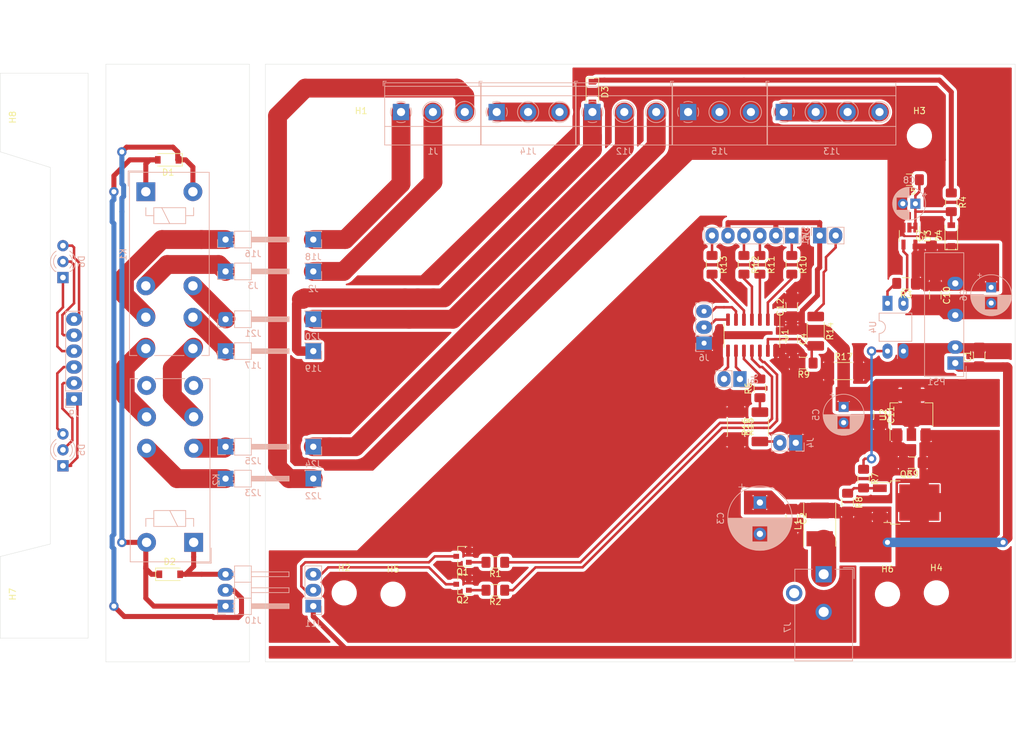
<source format=kicad_pcb>
(kicad_pcb (version 20171130) (host pcbnew "(5.1.5-0-10_14)")
  (layers (0 F.Cu signal) (31 B.Cu signal) (34 B.Paste user) (35 F.Paste user) (36 B.SilkS user) (37 F.SilkS user) (38 B.Mask user) (39 F.Mask user) (44 Edge.Cuts user))
  (net 0 "")
  (net 1 GND)
  (net 2 +5V)
  (net 3 +12V)
  (net 4 /HE+_IN)
  (net 5 /PIO_IN)
  (net 6 /HE+_1)
  (net 7 /PIO_1)
  (net 8 /HE+_2)
  (net 9 /PIO_2)
  (net 10 "Net-(J4-Pad2)")
  (net 11 /RxD)
  (net 12 /TxD)
  (net 13 /LED2_G)
  (net 14 /LED2_R)
  (net 15 /LED1_G)
  (net 16 /LED1_R)
  (net 17 /BTN)
  (net 18 "Net-(K1-Pad14)")
  (net 19 "Net-(K1-Pad24)")
  (net 20 "Net-(K2-Pad14)")
  (net 21 "Net-(K2-Pad24)")
  (net 22 "Net-(Q1-Pad1)")
  (net 23 "Net-(Q2-Pad1)")
  (net 24 /Rel1)
  (net 25 /Rel2)
  (net 26 "Net-(R6-Pad2)")
  (net 27 +5VA)
  (net 28 "Net-(R3-Pad2)")
  (net 29 "Net-(C8-Pad1)")
  (net 30 "Net-(D3-Pad1)")
  (net 31 "Net-(J8-Pad2)")
  (net 32 "Net-(J8-Pad1)")
  (net 33 "Net-(Q3-Pad1)")
  (net 34 "Net-(D5-Pad3)")
  (net 35 "Net-(D5-Pad2)")
  (net 36 "Net-(D5-Pad1)")
  (net 37 "Net-(D6-Pad3)")
  (net 38 "Net-(D6-Pad1)")
  (net 39 "Net-(J7-Pad3)")
  (net 40 "Net-(J7-Pad1)")
  (net 41 "Net-(R7-Pad1)")
  (net 42 "Net-(R10-Pad2)")
  (net 43 "Net-(R11-Pad2)")
  (net 44 "Net-(R12-Pad2)")
  (net 45 "Net-(R13-Pad2)")
  (net 46 /B_PIO_1)
  (net 47 /B_PIO_IN)
  (net 48 /B_HE+_IN)
  (net 49 /B_HE+_1)
  (net 50 /B_PIO_2)
  (net 51 /B_HE+_2)
  (net 52 /B_Rel1)
  (net 53 /B_12V)
  (net 54 /B_Rel2)
  (net 55 /T_Rel1)
  (net 56 /T_Rel2)
  (net 57 GNDA)
  (net 58 "Net-(U3-Pad4)")
  (net 59 +12C)
  (net 60 "Net-(D6-Pad2)")
  (net 61 "Net-(J13-Pad1)")
  (net 62 "Net-(J14-Pad1)")
  (net 63 "Net-(R14-Pad1)")
  (net 64 "Net-(R16-Pad2)")
  (module mylib:PinHeader_1x06_P2.54mm_Vertical_for_rivets (layer B.Cu) (at 58.42 133.35)
    (fp_text reference J9 (at 0 2.33) (layer B.SilkS) (effects (justify mirror)))
    (fp_text value Conn_01x06_Male)
    (pad 6 thru_hole oval (at 0 -12.7) (size 2.5 2.1) (drill 1) (layers *.Cu *.Mask) (net 37 "Net-(D6-Pad3)"))
    (pad 5 thru_hole oval (at 0 -10.16) (size 2.5 2.1) (drill 1) (layers *.Cu *.Mask) (net 60 "Net-(D6-Pad2)"))
    (pad 4 thru_hole oval (at 0 -7.62) (size 2.5 2.1) (drill 1) (layers *.Cu *.Mask) (net 38 "Net-(D6-Pad1)"))
    (pad 3 thru_hole oval (at 0 -5.08) (size 2.5 2.1) (drill 1) (layers *.Cu *.Mask) (net 34 "Net-(D5-Pad3)"))
    (pad 2 thru_hole oval (at 0 -2.54) (size 2.5 2.1) (drill 1) (layers *.Cu *.Mask) (net 35 "Net-(D5-Pad2)"))
    (pad 1 thru_hole rect (at 0 0) (size 2.5 2.1) (drill 1) (layers *.Cu *.Mask) (net 36 "Net-(D5-Pad1)"))
  )
  (module Capacitor_SMD:C_1206_3216Metric_Pad1.42x1.75mm_HandSolder (layer F.Cu) (at 172.72 118.745 90)
    (fp_text reference C12 (at 0 -1.82 90) (layer F.SilkS))
    (fp_text value 100nF)
    (pad 2 smd roundrect (at 1.4875 0 90) (size 1.425 1.75) (layers F.Cu F.Paste F.Mask) (roundrect_rratio 0.175439) (net 1 GND))
    (pad 1 smd roundrect (at -1.4875 0 90) (size 1.425 1.75) (layers F.Cu F.Paste F.Mask) (roundrect_rratio 0.175439) (net 2 +5V))
  )
  (module Resistor_SMD:R_2010_5025Metric_Pad1.52x2.65mm_HandSolder (layer F.Cu) (at 180.975 128.905)
    (fp_text reference R17 (at 0 -2.28) (layer F.SilkS))
    (fp_text value 0R)
    (pad 2 smd roundrect (at 2.3375 0) (size 1.525 2.65) (layers F.Cu F.Paste F.Mask) (roundrect_rratio 0.163934) (net 1 GND))
    (pad 1 smd roundrect (at -2.3375 0) (size 1.525 2.65) (layers F.Cu F.Paste F.Mask) (roundrect_rratio 0.163934) (net 1 GND))
  )
  (module Resistor_SMD:R_2010_5025Metric_Pad1.52x2.65mm_HandSolder (layer F.Cu) (at 167.64 137.795 90)
    (fp_text reference R16 (at 0 -2.28 90) (layer F.SilkS))
    (fp_text value 0R)
    (pad 2 smd roundrect (at 2.3375 0 90) (size 1.525 2.65) (layers F.Cu F.Paste F.Mask) (roundrect_rratio 0.163934) (net 64 "Net-(R16-Pad2)"))
    (pad 1 smd roundrect (at -2.3375 0 90) (size 1.525 2.65) (layers F.Cu F.Paste F.Mask) (roundrect_rratio 0.163934) (net 10 "Net-(J4-Pad2)"))
  )
  (module Resistor_SMD:R_2010_5025Metric_Pad1.52x2.65mm_HandSolder (layer F.Cu) (at 163.83 137.795 270)
    (fp_text reference R15 (at 0 -2.28 90) (layer F.SilkS))
    (fp_text value 0R)
    (pad 2 smd roundrect (at 2.3375 0 270) (size 1.525 2.65) (layers F.Cu F.Paste F.Mask) (roundrect_rratio 0.163934) (net 1 GND))
    (pad 1 smd roundrect (at -2.3375 0 270) (size 1.525 2.65) (layers F.Cu F.Paste F.Mask) (roundrect_rratio 0.163934) (net 1 GND))
  )
  (module Resistor_SMD:R_2010_5025Metric_Pad1.52x2.65mm_HandSolder (layer F.Cu) (at 176.53 122.555 270)
    (fp_text reference R14 (at 0 -2.28 90) (layer F.SilkS))
    (fp_text value 0R)
    (pad 2 smd roundrect (at 2.3375 0 270) (size 1.525 2.65) (layers F.Cu F.Paste F.Mask) (roundrect_rratio 0.163934) (net 17 /BTN))
    (pad 1 smd roundrect (at -2.3375 0 270) (size 1.525 2.65) (layers F.Cu F.Paste F.Mask) (roundrect_rratio 0.163934) (net 63 "Net-(R14-Pad1)"))
  )
  (module TerminalBlock_Phoenix:TerminalBlock_Phoenix_MKDS-1,5-3_1x03_P5.00mm_Horizontal (layer B.Cu) (at 156.21 87.63)
    (fp_text reference J15 (at 5 6.26) (layer B.SilkS) (effects (justify mirror)))
    (fp_text value Conn_01x03_Male)
    (pad 3 thru_hole circle (at 10 0) (size 2.6 2.6) (drill 1.3) (layers *.Cu *.Mask) (net 57 GNDA))
    (pad 2 thru_hole circle (at 5 0) (size 2.6 2.6) (drill 1.3) (layers *.Cu *.Mask) (net 57 GNDA))
    (pad 1 thru_hole rect (at 0 0) (size 2.6 2.6) (drill 1.3) (layers *.Cu *.Mask) (net 57 GNDA))
  )
  (module TerminalBlock_Phoenix:TerminalBlock_Phoenix_MKDS-1,5-3_1x03_P5.00mm_Horizontal (layer B.Cu) (at 125.73 87.63)
    (fp_text reference J14 (at 5 6.26) (layer B.SilkS) (effects (justify mirror)))
    (fp_text value Conn_01x03_Male)
    (pad 3 thru_hole circle (at 10 0) (size 2.6 2.6) (drill 1.3) (layers *.Cu *.Mask) (net 62 "Net-(J14-Pad1)"))
    (pad 2 thru_hole circle (at 5 0) (size 2.6 2.6) (drill 1.3) (layers *.Cu *.Mask) (net 62 "Net-(J14-Pad1)"))
    (pad 1 thru_hole rect (at 0 0) (size 2.6 2.6) (drill 1.3) (layers *.Cu *.Mask) (net 62 "Net-(J14-Pad1)"))
  )
  (module TerminalBlock_Phoenix:TerminalBlock_Phoenix_MKDS-1,5-3-5.08_1x03_P5.08mm_Horizontal (layer B.Cu) (at 140.97 87.63)
    (fp_text reference J12 (at 5.08 6.26) (layer B.SilkS) (effects (justify mirror)))
    (fp_text value Conn_01x03_Male)
    (pad 3 thru_hole circle (at 10.16 0) (size 2.6 2.6) (drill 1.3) (layers *.Cu *.Mask) (net 9 /PIO_2))
    (pad 2 thru_hole circle (at 5.08 0) (size 2.6 2.6) (drill 1.3) (layers *.Cu *.Mask) (net 7 /PIO_1))
    (pad 1 thru_hole rect (at 0 0) (size 2.6 2.6) (drill 1.3) (layers *.Cu *.Mask) (net 5 /PIO_IN))
  )
  (module TerminalBlock_Phoenix:TerminalBlock_Phoenix_MKDS-1,5-4-5.08_1x04_P5.08mm_Horizontal (layer B.Cu) (at 171.45 87.63)
    (fp_text reference J13 (at 7.62 6.26) (layer B.SilkS) (effects (justify mirror)))
    (fp_text value Conn_01x04_Male)
    (pad 4 thru_hole circle (at 15.24 0) (size 2.6 2.6) (drill 1.3) (layers *.Cu *.Mask) (net 61 "Net-(J13-Pad1)"))
    (pad 3 thru_hole circle (at 10.16 0) (size 2.6 2.6) (drill 1.3) (layers *.Cu *.Mask) (net 61 "Net-(J13-Pad1)"))
    (pad 2 thru_hole circle (at 5.08 0) (size 2.6 2.6) (drill 1.3) (layers *.Cu *.Mask) (net 61 "Net-(J13-Pad1)"))
    (pad 1 thru_hole rect (at 0 0) (size 2.6 2.6) (drill 1.3) (layers *.Cu *.Mask) (net 61 "Net-(J13-Pad1)"))
  )
  (module TerminalBlock_Phoenix:TerminalBlock_Phoenix_MKDS-1,5-3-5.08_1x03_P5.08mm_Horizontal (layer B.Cu) (at 110.49 87.63)
    (fp_text reference J1 (at 5.08 6.26) (layer B.SilkS) (effects (justify mirror)))
    (fp_text value Conn_01x03_Male)
    (pad 3 thru_hole circle (at 10.16 0) (size 2.6 2.6) (drill 1.3) (layers *.Cu *.Mask) (net 8 /HE+_2))
    (pad 2 thru_hole circle (at 5.08 0) (size 2.6 2.6) (drill 1.3) (layers *.Cu *.Mask) (net 6 /HE+_1))
    (pad 1 thru_hole rect (at 0 0) (size 2.6 2.6) (drill 1.3) (layers *.Cu *.Mask) (net 4 /HE+_IN))
  )
  (module MountingHole:MountingHole_3mm (layer F.Cu) (at 52.655 88.465 90)
    (fp_text reference H8 (at 0 -4 90) (layer F.SilkS))
    (fp_text value MountingHole)
    (pad 1 np_thru_hole circle (at 0 0 90) (size 3 3) (drill 3) (layers *.Cu *.Mask))
  )
  (module MountingHole:MountingHole_3mm (layer F.Cu) (at 52.655 164.465 90)
    (fp_text reference H7 (at 0 -4 90) (layer F.SilkS))
    (fp_text value MountingHole)
    (pad 1 np_thru_hole circle (at 0 0 90) (size 3 3) (drill 3) (layers *.Cu *.Mask))
  )
  (module Capacitor_SMD:C_1206_3216Metric_Pad1.42x1.75mm_HandSolder (layer F.Cu) (at 186.69 135.89 270)
    (fp_text reference C11 (at 0 -1.82 90) (layer F.SilkS))
    (fp_text value 100nF)
    (pad 2 smd roundrect (at 1.4875 0 270) (size 1.425 1.75) (layers F.Cu F.Paste F.Mask) (roundrect_rratio 0.175439) (net 1 GND))
    (pad 1 smd roundrect (at -1.4875 0 270) (size 1.425 1.75) (layers F.Cu F.Paste F.Mask) (roundrect_rratio 0.175439) (net 2 +5V))
  )
  (module MountingHole:MountingHole_3mm (layer F.Cu) (at 187.96 164.465)
    (fp_text reference H6 (at 0 -4) (layer F.SilkS))
    (fp_text value MountingHole)
    (pad 1 np_thru_hole circle (at 0 0) (size 3 3) (drill 3) (layers *.Cu *.Mask))
  )
  (module MountingHole:MountingHole_3mm (layer F.Cu) (at 109.22 164.465)
    (fp_text reference H5 (at 0 -4) (layer F.SilkS))
    (fp_text value MountingHole)
    (pad 1 np_thru_hole circle (at 0 0) (size 3 3) (drill 3) (layers *.Cu *.Mask))
  )
  (module Capacitor_SMD:C_1206_3216Metric_Pad1.42x1.75mm_HandSolder (layer F.Cu) (at 195.58 116.84 270)
    (fp_text reference C10 (at 0 -1.82 90) (layer F.SilkS))
    (fp_text value 100nF)
    (pad 2 smd roundrect (at 1.4875 0 270) (size 1.425 1.75) (layers F.Cu F.Paste F.Mask) (roundrect_rratio 0.175439) (net 57 GNDA))
    (pad 1 smd roundrect (at -1.4875 0 270) (size 1.425 1.75) (layers F.Cu F.Paste F.Mask) (roundrect_rratio 0.175439) (net 27 +5VA))
  )
  (module Capacitor_THT:CP_Radial_D5.0mm_P2.00mm (layer B.Cu) (at 192.405 102.235 180)
    (fp_text reference C8 (at 1 3.75) (layer B.SilkS) (effects (justify mirror)))
    (fp_text value 4u7F)
    (pad 2 thru_hole circle (at 2 0 180) (size 1.6 1.6) (drill 0.8) (layers *.Cu *.Mask) (net 57 GNDA))
    (pad 1 thru_hole rect (at 0 0 180) (size 1.6 1.6) (drill 0.8) (layers *.Cu *.Mask) (net 29 "Net-(C8-Pad1)"))
  )
  (module Capacitor_THT:CP_Radial_D6.3mm_P2.50mm (layer B.Cu) (at 204.47 115.57 270)
    (fp_text reference C6 (at 1.25 4.4 90) (layer B.SilkS) (effects (justify mirror)))
    (fp_text value 100uF)
    (pad 2 thru_hole circle (at 2.5 0 270) (size 1.6 1.6) (drill 0.8) (layers *.Cu *.Mask) (net 57 GNDA))
    (pad 1 thru_hole rect (at 0 0 270) (size 1.6 1.6) (drill 0.8) (layers *.Cu *.Mask) (net 27 +5VA))
  )
  (module Capacitor_THT:CP_Radial_D6.3mm_P2.50mm (layer B.Cu) (at 180.975 134.62 270)
    (fp_text reference C5 (at 1.25 4.4 90) (layer B.SilkS) (effects (justify mirror)))
    (fp_text value 100uF)
    (pad 2 thru_hole circle (at 2.5 0 270) (size 1.6 1.6) (drill 0.8) (layers *.Cu *.Mask) (net 1 GND))
    (pad 1 thru_hole rect (at 0 0 270) (size 1.6 1.6) (drill 0.8) (layers *.Cu *.Mask) (net 2 +5V))
  )
  (module Capacitor_THT:CP_Radial_D10.0mm_P5.00mm (layer B.Cu) (at 167.64 149.86 270)
    (fp_text reference C3 (at 2.5 6.25 90) (layer B.SilkS) (effects (justify mirror)))
    (fp_text value 470uF)
    (pad 2 thru_hole circle (at 5 0 270) (size 2 2) (drill 1) (layers *.Cu *.Mask) (net 1 GND))
    (pad 1 thru_hole rect (at 0 0 270) (size 2 2) (drill 1) (layers *.Cu *.Mask) (net 3 +12V))
  )
  (module Connector_PinSocket_2.54mm:PinSocket_1x01_P2.54mm_Vertical (layer B.Cu) (at 96.52 140.97)
    (fp_text reference J24 (at 0 2.77) (layer B.SilkS) (effects (justify mirror)))
    (fp_text value Conn_01x01_Female)
    (pad 1 thru_hole rect (at 0 0) (size 2.5 2.5) (drill 1) (layers *.Cu *.Mask) (net 9 /PIO_2))
  )
  (module Connector_PinSocket_2.54mm:PinSocket_1x01_P2.54mm_Vertical (layer B.Cu) (at 96.52 146.05)
    (fp_text reference J22 (at 0 2.77) (layer B.SilkS) (effects (justify mirror)))
    (fp_text value Conn_01x01_Female)
    (pad 1 thru_hole rect (at 0 0) (size 2.5 2.5) (drill 1) (layers *.Cu *.Mask) (net 8 /HE+_2))
  )
  (module Connector_PinSocket_2.54mm:PinSocket_1x01_P2.54mm_Vertical (layer B.Cu) (at 96.52 120.65)
    (fp_text reference J20 (at 0 2.77) (layer B.SilkS) (effects (justify mirror)))
    (fp_text value Conn_01x01_Female)
    (pad 1 thru_hole rect (at 0 0) (size 2.5 2.5) (drill 1) (layers *.Cu *.Mask) (net 7 /PIO_1))
  )
  (module Connector_PinSocket_2.54mm:PinSocket_1x01_P2.54mm_Vertical (layer B.Cu) (at 96.52 125.73)
    (fp_text reference J19 (at 0 2.77) (layer B.SilkS) (effects (justify mirror)))
    (fp_text value Conn_01x01_Female)
    (pad 1 thru_hole rect (at 0 0) (size 2.5 2.5) (drill 1) (layers *.Cu *.Mask) (net 5 /PIO_IN))
  )
  (module Connector_PinSocket_2.54mm:PinSocket_1x01_P2.54mm_Vertical (layer B.Cu) (at 96.52 107.95)
    (fp_text reference J18 (at 0 2.77) (layer B.SilkS) (effects (justify mirror)))
    (fp_text value Conn_01x01_Female)
    (pad 1 thru_hole rect (at 0 0) (size 2.5 2.5) (drill 1) (layers *.Cu *.Mask) (net 4 /HE+_IN))
  )
  (module Connector_PinSocket_2.54mm:PinSocket_1x01_P2.54mm_Vertical (layer B.Cu) (at 96.52 113.03)
    (fp_text reference J2 (at 0 2.77) (layer B.SilkS) (effects (justify mirror)))
    (fp_text value Conn_01x01_Female)
    (pad 1 thru_hole rect (at 0 0) (size 2.5 2.5) (drill 1) (layers *.Cu *.Mask) (net 6 /HE+_1))
  )
  (module Connector_PinSocket_2.54mm:PinSocket_1x03_P2.54mm_Vertical (layer B.Cu) (at 96.52 166.37)
    (fp_text reference J11 (at 0 2.77) (layer B.SilkS) (effects (justify mirror)))
    (fp_text value Conn_01x03_Female)
    (pad 3 thru_hole oval (at 0 -5.08) (size 2.5 2) (drill 1) (layers *.Cu *.Mask) (net 56 /T_Rel2))
    (pad 2 thru_hole oval (at 0 -2.54) (size 2.5 2) (drill 1) (layers *.Cu *.Mask) (net 55 /T_Rel1))
    (pad 1 thru_hole rect (at 0 0) (size 2.5 2) (drill 1) (layers *.Cu *.Mask) (net 59 +12C))
  )
  (module Connector_PinHeader_2.54mm:PinHeader_1x03_P2.54mm_Horizontal (layer B.Cu) (at 82.55 166.37)
    (fp_text reference J10 (at 4.385 2.27) (layer B.SilkS) (effects (justify mirror)))
    (fp_text value Conn_01x03_Male)
    (pad 3 thru_hole oval (at 0 -5.08) (size 2.5 2) (drill 1) (layers *.Cu *.Mask) (net 54 /B_Rel2))
    (pad 2 thru_hole oval (at 0 -2.54) (size 2.5 2) (drill 1) (layers *.Cu *.Mask) (net 52 /B_Rel1))
    (pad 1 thru_hole rect (at 0 0) (size 2.5 2) (drill 1) (layers *.Cu *.Mask) (net 53 /B_12V))
  )
  (module Relay_THT:Relay_DPDT_Finder_40.52 (layer B.Cu) (at 69.85 100.33 270)
    (fp_text reference K1 (at 10 3.6 90) (layer B.SilkS) (effects (justify mirror)))
    (fp_text value FINDER-41.52)
    (pad 14 thru_hole circle (at 25 0 270) (size 3 3) (drill 1.5) (layers *.Cu *.Mask) (net 18 "Net-(K1-Pad14)"))
    (pad 21 thru_hole circle (at 20 -7.5 270) (size 3 3) (drill 1.5) (layers *.Cu *.Mask) (net 47 /B_PIO_IN))
    (pad 12 thru_hole circle (at 15 0 270) (size 3 3) (drill 1.5) (layers *.Cu *.Mask) (net 49 /B_HE+_1))
    (pad 22 thru_hole circle (at 15 -7.5 270) (size 3 3) (drill 1.5) (layers *.Cu *.Mask) (net 46 /B_PIO_1))
    (pad 24 thru_hole circle (at 25 -7.5 270) (size 3 3) (drill 1.5) (layers *.Cu *.Mask) (net 19 "Net-(K1-Pad24)"))
    (pad 11 thru_hole circle (at 20 0 270) (size 3 3) (drill 1.5) (layers *.Cu *.Mask) (net 48 /B_HE+_IN))
    (pad A2 thru_hole circle (at 0 -7.5 270) (size 3 3) (drill 1.5) (layers *.Cu *.Mask) (net 53 /B_12V))
    (pad A1 thru_hole rect (at 0 0 270) (size 3 3) (drill 1.5) (layers *.Cu *.Mask) (net 52 /B_Rel1))
  )
  (module Connector_PinHeader_2.54mm:PinHeader_1x01_P2.54mm_Horizontal (layer B.Cu) (at 82.55 140.97)
    (fp_text reference J25 (at 4.385 2.27) (layer B.SilkS) (effects (justify mirror)))
    (fp_text value Conn_01x01_Male)
    (pad 1 thru_hole rect (at 0 0) (size 2.5 2.5) (drill 1) (layers *.Cu *.Mask) (net 50 /B_PIO_2))
  )
  (module Connector_PinHeader_2.54mm:PinHeader_1x01_P2.54mm_Horizontal (layer B.Cu) (at 82.55 146.05)
    (fp_text reference J23 (at 4.385 2.27) (layer B.SilkS) (effects (justify mirror)))
    (fp_text value Conn_01x01_Male)
    (pad 1 thru_hole rect (at 0 0) (size 2.5 2.5) (drill 1) (layers *.Cu *.Mask) (net 51 /B_HE+_2))
  )
  (module Connector_PinHeader_2.54mm:PinHeader_1x01_P2.54mm_Horizontal (layer B.Cu) (at 82.55 120.65)
    (fp_text reference J21 (at 4.385 2.27) (layer B.SilkS) (effects (justify mirror)))
    (fp_text value Conn_01x01_Male)
    (pad 1 thru_hole roundrect (at 0 0) (size 2.3 2.3) (drill 1) (layers *.Cu *.Mask) (net 46 /B_PIO_1))
  )
  (module Connector_PinHeader_2.54mm:PinHeader_1x01_P2.54mm_Horizontal (layer B.Cu) (at 82.55 125.73)
    (fp_text reference J17 (at 4.385 2.27) (layer B.SilkS) (effects (justify mirror)))
    (fp_text value Conn_01x01_Male)
    (pad 1 thru_hole rect (at 0 0) (size 2.5 2.5) (drill 1) (layers *.Cu *.Mask) (net 47 /B_PIO_IN))
  )
  (module Connector_PinHeader_2.54mm:PinHeader_1x01_P2.54mm_Horizontal (layer B.Cu) (at 82.55 107.95)
    (fp_text reference J16 (at 4.385 2.27) (layer B.SilkS) (effects (justify mirror)))
    (fp_text value Conn_01x01_Male)
    (pad 1 thru_hole rect (at 0 0) (size 2.5 2.5) (drill 1) (layers *.Cu *.Mask) (net 48 /B_HE+_IN))
  )
  (module Connector_PinHeader_2.54mm:PinHeader_1x01_P2.54mm_Horizontal (layer B.Cu) (at 82.55 113.03)
    (fp_text reference J3 (at 4.385 2.27) (layer B.SilkS) (effects (justify mirror)))
    (fp_text value Conn_01x01_Male)
    (pad 1 thru_hole rect (at 0 0) (size 2.5 2.5) (drill 1) (layers *.Cu *.Mask) (net 49 /B_HE+_1))
  )
  (module Diode_SMD:D_SOD-123 (layer F.Cu) (at 198.12 107.315 90)
    (fp_text reference D4 (at 0 -2 90) (layer F.SilkS))
    (fp_text value 1N4148)
    (pad 2 smd rect (at 1.65 0 90) (size 0.9 1.2) (layers F.Cu F.Paste F.Mask) (net 29 "Net-(C8-Pad1)"))
    (pad 1 smd rect (at -1.65 0 90) (size 0.9 1.2) (layers F.Cu F.Paste F.Mask) (net 27 +5VA))
  )
  (module Diode_SMD:D_SOD-123 (layer F.Cu) (at 140.97 84.455 270)
    (fp_text reference D3 (at 0 -2 90) (layer F.SilkS))
    (fp_text value 1N4148)
    (pad 2 smd rect (at 1.65 0 270) (size 0.9 1.2) (layers F.Cu F.Paste F.Mask) (net 5 /PIO_IN))
    (pad 1 smd rect (at -1.65 0 270) (size 0.9 1.2) (layers F.Cu F.Paste F.Mask) (net 30 "Net-(D3-Pad1)"))
  )
  (module Diode_SMD:D_SOD-123 (layer F.Cu) (at 73.66 161.29)
    (fp_text reference D2 (at 0 -2) (layer F.SilkS))
    (fp_text value 1N4001)
    (pad 2 smd rect (at 1.65 0) (size 0.9 1.2) (layers F.Cu F.Paste F.Mask) (net 54 /B_Rel2))
    (pad 1 smd rect (at -1.65 0) (size 0.9 1.2) (layers F.Cu F.Paste F.Mask) (net 53 /B_12V))
  )
  (module Diode_SMD:D_SOD-123 (layer F.Cu) (at 73.405 95.25 180)
    (fp_text reference D1 (at 0 -2) (layer F.SilkS))
    (fp_text value 1N4001)
    (pad 2 smd rect (at 1.65 0 180) (size 0.9 1.2) (layers F.Cu F.Paste F.Mask) (net 52 /B_Rel1))
    (pad 1 smd rect (at -1.65 0 180) (size 0.9 1.2) (layers F.Cu F.Paste F.Mask) (net 53 /B_12V))
  )
  (module mylib:PinHeader_1x02_P2.54mm_Vertical_for_rivets (layer B.Cu) (at 177.165 107.315 270)
    (fp_text reference SW1 (at 0 2.33 270) (layer B.SilkS) (effects (justify mirror)))
    (fp_text value SW_Push)
    (pad 2 thru_hole oval (at 0 -2.54 270) (size 2.5 2.1) (drill 1) (layers *.Cu *.Mask) (net 63 "Net-(R14-Pad1)"))
    (pad 1 thru_hole rect (at 0 0 270) (size 2.5 2.1) (drill 1) (layers *.Cu *.Mask) (net 2 +5V))
  )
  (module Resistor_SMD:R_1206_3216Metric_Pad1.42x1.75mm_HandSolder (layer F.Cu) (at 160.02 111.9775 270)
    (fp_text reference R13 (at 0 -1.82 90) (layer F.SilkS))
    (fp_text value 470)
    (pad 2 smd roundrect (at 1.4875 0 270) (size 1.425 1.75) (layers F.Cu F.Paste F.Mask) (roundrect_rratio 0.175439) (net 45 "Net-(R13-Pad2)"))
    (pad 1 smd roundrect (at -1.4875 0 270) (size 1.425 1.75) (layers F.Cu F.Paste F.Mask) (roundrect_rratio 0.175439) (net 15 /LED1_G))
  )
  (module Resistor_SMD:R_1206_3216Metric_Pad1.42x1.75mm_HandSolder (layer F.Cu) (at 165.1 111.9775 270)
    (fp_text reference R12 (at 0 -1.82 90) (layer F.SilkS))
    (fp_text value 680)
    (pad 2 smd roundrect (at 1.4875 0 270) (size 1.425 1.75) (layers F.Cu F.Paste F.Mask) (roundrect_rratio 0.175439) (net 44 "Net-(R12-Pad2)"))
    (pad 1 smd roundrect (at -1.4875 0 270) (size 1.425 1.75) (layers F.Cu F.Paste F.Mask) (roundrect_rratio 0.175439) (net 16 /LED1_R))
  )
  (module Resistor_SMD:R_1206_3216Metric_Pad1.42x1.75mm_HandSolder (layer F.Cu) (at 167.64 111.9775 270)
    (fp_text reference R11 (at 0 -1.82 90) (layer F.SilkS))
    (fp_text value 470)
    (pad 2 smd roundrect (at 1.4875 0 270) (size 1.425 1.75) (layers F.Cu F.Paste F.Mask) (roundrect_rratio 0.175439) (net 43 "Net-(R11-Pad2)"))
    (pad 1 smd roundrect (at -1.4875 0 270) (size 1.425 1.75) (layers F.Cu F.Paste F.Mask) (roundrect_rratio 0.175439) (net 13 /LED2_G))
  )
  (module Resistor_SMD:R_1206_3216Metric_Pad1.42x1.75mm_HandSolder (layer F.Cu) (at 172.72 111.9775 270)
    (fp_text reference R10 (at 0 -1.82 90) (layer F.SilkS))
    (fp_text value 680)
    (pad 2 smd roundrect (at 1.4875 0 270) (size 1.425 1.75) (layers F.Cu F.Paste F.Mask) (roundrect_rratio 0.175439) (net 42 "Net-(R10-Pad2)"))
    (pad 1 smd roundrect (at -1.4875 0 270) (size 1.425 1.75) (layers F.Cu F.Paste F.Mask) (roundrect_rratio 0.175439) (net 14 /LED2_R))
  )
  (module Resistor_SMD:R_1206_3216Metric_Pad1.42x1.75mm_HandSolder (layer F.Cu) (at 174.625 127.635 180)
    (fp_text reference R9 (at 0 -1.82) (layer F.SilkS))
    (fp_text value 4k7)
    (pad 2 smd roundrect (at 1.4875 0 180) (size 1.425 1.75) (layers F.Cu F.Paste F.Mask) (roundrect_rratio 0.175439) (net 1 GND))
    (pad 1 smd roundrect (at -1.4875 0 180) (size 1.425 1.75) (layers F.Cu F.Paste F.Mask) (roundrect_rratio 0.175439) (net 17 /BTN))
  )
  (module Resistor_SMD:R_1206_3216Metric_Pad1.42x1.75mm_HandSolder (layer F.Cu) (at 181.61 149.86 270)
    (fp_text reference R8 (at 0 -1.82 90) (layer F.SilkS))
    (fp_text value 10k)
    (pad 2 smd roundrect (at 1.4875 0 270) (size 1.425 1.75) (layers F.Cu F.Paste F.Mask) (roundrect_rratio 0.175439) (net 3 +12V))
    (pad 1 smd roundrect (at -1.4875 0 270) (size 1.425 1.75) (layers F.Cu F.Paste F.Mask) (roundrect_rratio 0.175439) (net 33 "Net-(Q3-Pad1)"))
  )
  (module Resistor_SMD:R_1206_3216Metric_Pad1.42x1.75mm_HandSolder (layer F.Cu) (at 184.15 146.05 270)
    (fp_text reference R7 (at 0 -1.82 90) (layer F.SilkS))
    (fp_text value 1k)
    (pad 2 smd roundrect (at 1.4875 0 270) (size 1.425 1.75) (layers F.Cu F.Paste F.Mask) (roundrect_rratio 0.175439) (net 33 "Net-(Q3-Pad1)"))
    (pad 1 smd roundrect (at -1.4875 0 270) (size 1.425 1.75) (layers F.Cu F.Paste F.Mask) (roundrect_rratio 0.175439) (net 41 "Net-(R7-Pad1)"))
  )
  (module Connector_BarrelJack:BarrelJack_CUI_PJ-102AH_Horizontal (layer B.Cu) (at 177.8 161.29 180)
    (fp_text reference J7 (at 5.75 -8.45 270) (layer B.SilkS) (effects (justify mirror)))
    (fp_text value Barrel_Jack_Switch)
    (pad 3 thru_hole circle (at 4.7 -3 180) (size 2.6 2.6) (drill 1.6) (layers *.Cu *.Mask) (net 39 "Net-(J7-Pad3)"))
    (pad 2 thru_hole circle (at 0 -6 180) (size 2.6 2.6) (drill 1.6) (layers *.Cu *.Mask) (net 1 GND))
    (pad 1 thru_hole rect (at 0 0 180) (size 2.6 2.6) (drill 1.6) (layers *.Cu *.Mask) (net 40 "Net-(J7-Pad1)"))
  )
  (module mylib:PinHeader_1x06_P2.54mm_Vertical_for_rivets (layer B.Cu) (at 172.72 107.315 90)
    (fp_text reference J5 (at 0 2.33 270) (layer B.SilkS) (effects (justify mirror)))
    (fp_text value Conn_01x06_Male)
    (pad 6 thru_hole oval (at 0 -12.7 90) (size 2.5 2.1) (drill 1) (layers *.Cu *.Mask) (net 15 /LED1_G))
    (pad 5 thru_hole oval (at 0 -10.16 90) (size 2.5 2.1) (drill 1) (layers *.Cu *.Mask) (net 2 +5V))
    (pad 4 thru_hole oval (at 0 -7.62 90) (size 2.5 2.1) (drill 1) (layers *.Cu *.Mask) (net 16 /LED1_R))
    (pad 3 thru_hole oval (at 0 -5.08 90) (size 2.5 2.1) (drill 1) (layers *.Cu *.Mask) (net 13 /LED2_G))
    (pad 2 thru_hole oval (at 0 -2.54 90) (size 2.5 2.1) (drill 1) (layers *.Cu *.Mask) (net 2 +5V))
    (pad 1 thru_hole rect (at 0 0 90) (size 2.5 2.1) (drill 1) (layers *.Cu *.Mask) (net 14 /LED2_R))
  )
  (module LED_THT:LED_D3.0mm-3 (layer B.Cu) (at 56.655 114.005 90)
    (fp_text reference D6 (at 2.54 2.96 270) (layer B.SilkS) (effects (justify mirror)))
    (fp_text value LED1_Dual_CAC)
    (pad 3 thru_hole circle (at 5.08 0 90) (size 1.8 1.8) (drill 0.9) (layers *.Cu *.Mask) (net 37 "Net-(D6-Pad3)"))
    (pad 2 thru_hole circle (at 2.54 0 90) (size 1.8 1.8) (drill 0.9) (layers *.Cu *.Mask) (net 60 "Net-(D6-Pad2)"))
    (pad 1 thru_hole rect (at 0 0 90) (size 1.8 1.8) (drill 0.9) (layers *.Cu *.Mask) (net 38 "Net-(D6-Pad1)"))
  )
  (module LED_THT:LED_D3.0mm-3 (layer B.Cu) (at 56.655 144.005 90)
    (fp_text reference D5 (at 2.54 2.96 270) (layer B.SilkS) (effects (justify mirror)))
    (fp_text value LED2_Dual_CAC)
    (pad 3 thru_hole circle (at 5.08 0 90) (size 1.8 1.8) (drill 0.9) (layers *.Cu *.Mask) (net 34 "Net-(D5-Pad3)"))
    (pad 2 thru_hole circle (at 2.54 0 90) (size 1.8 1.8) (drill 0.9) (layers *.Cu *.Mask) (net 35 "Net-(D5-Pad2)"))
    (pad 1 thru_hole rect (at 0 0 90) (size 1.8 1.8) (drill 0.9) (layers *.Cu *.Mask) (net 36 "Net-(D5-Pad1)"))
  )
  (module Resistor_SMD:R_1206_3216Metric_Pad1.42x1.75mm_HandSolder (layer F.Cu) (at 191.5525 98.425 180)
    (fp_text reference R5 (at 0 -1.82) (layer F.SilkS))
    (fp_text value 1M)
    (pad 2 smd roundrect (at 1.4875 0 180) (size 1.425 1.75) (layers F.Cu F.Paste F.Mask) (roundrect_rratio 0.175439) (net 57 GNDA))
    (pad 1 smd roundrect (at -1.4875 0 180) (size 1.425 1.75) (layers F.Cu F.Paste F.Mask) (roundrect_rratio 0.175439) (net 29 "Net-(C8-Pad1)"))
  )
  (module Resistor_SMD:R_1206_3216Metric_Pad1.42x1.75mm_HandSolder (layer F.Cu) (at 198.12 102.0175 270)
    (fp_text reference R4 (at 0 -1.82 90) (layer F.SilkS))
    (fp_text value 10k)
    (pad 2 smd roundrect (at 1.4875 0 270) (size 1.425 1.75) (layers F.Cu F.Paste F.Mask) (roundrect_rratio 0.175439) (net 29 "Net-(C8-Pad1)"))
    (pad 1 smd roundrect (at -1.4875 0 270) (size 1.425 1.75) (layers F.Cu F.Paste F.Mask) (roundrect_rratio 0.175439) (net 30 "Net-(D3-Pad1)"))
  )
  (module Package_TO_SOT_SMD:TO-252-2 (layer F.Cu) (at 190.94 149.86)
    (fp_text reference Q3 (at 0 -4.5) (layer F.SilkS))
    (fp_text value IRFR5305)
    (pad 2 smd rect (at 2.1 0) (size 6.4 5.8) (layers F.Cu F.Mask) (net 59 +12C))
    (pad 3 smd rect (at -4.2 2.28) (size 2.2 1.2) (layers F.Cu F.Paste F.Mask) (net 3 +12V))
    (pad 1 smd rect (at -4.2 -2.28) (size 2.2 1.2) (layers F.Cu F.Paste F.Mask) (net 33 "Net-(Q3-Pad1)"))
  )
  (module Inductor_SMD:L_Taiyo-Yuden_NR-50xx_HandSoldering (layer F.Cu) (at 177.165 153.38 90)
    (fp_text reference L1 (at 0 -3.45 90) (layer F.SilkS))
    (fp_text value 18uH)
    (pad 2 smd rect (at 2.25 0 90) (size 2.4 4.2) (layers F.Cu F.Paste F.Mask) (net 3 +12V))
    (pad 1 smd rect (at -2.25 0 90) (size 2.4 4.2) (layers F.Cu F.Paste F.Mask) (net 40 "Net-(J7-Pad1)"))
  )
  (module mylib:PinHeader_1x02_P2.54mm_Vertical_for_rivets (layer B.Cu) (at 164.465 130.175 90)
    (fp_text reference J8 (at 0 2.33 90) (layer B.SilkS) (effects (justify mirror)))
    (fp_text value Conn_01x02_Male)
    (pad 2 thru_hole oval (at 0 -2.54 90) (size 2.5 2.1) (drill 1) (layers *.Cu *.Mask) (net 31 "Net-(J8-Pad2)"))
    (pad 1 thru_hole rect (at 0 0 90) (size 2.5 2.1) (drill 1) (layers *.Cu *.Mask) (net 32 "Net-(J8-Pad1)"))
  )
  (module Capacitor_SMD:C_1206_3216Metric_Pad1.42x1.75mm_HandSolder (layer F.Cu) (at 191.9875 143.51 180)
    (fp_text reference C9 (at 0 -1.82) (layer F.SilkS))
    (fp_text value 100nF)
    (pad 2 smd roundrect (at 1.4875 0 180) (size 1.425 1.75) (layers F.Cu F.Paste F.Mask) (roundrect_rratio 0.175439) (net 1 GND))
    (pad 1 smd roundrect (at -1.4875 0 180) (size 1.425 1.75) (layers F.Cu F.Paste F.Mask) (roundrect_rratio 0.175439) (net 59 +12C))
  )
  (module Capacitor_SMD:C_1206_3216Metric_Pad1.42x1.75mm_HandSolder (layer F.Cu) (at 202.565 126.5825 90)
    (fp_text reference C1 (at 0 -1.82 90) (layer F.SilkS))
    (fp_text value 100nF)
    (pad 2 smd roundrect (at 1.4875 0 90) (size 1.425 1.75) (layers F.Cu F.Paste F.Mask) (roundrect_rratio 0.175439) (net 1 GND))
    (pad 1 smd roundrect (at -1.4875 0 90) (size 1.425 1.75) (layers F.Cu F.Paste F.Mask) (roundrect_rratio 0.175439) (net 3 +12V))
  )
  (module Package_DIP:DIP-4_W7.62mm_LongPads (layer B.Cu) (at 187.96 118.11 270)
    (fp_text reference U4 (at 3.81 2.33 90) (layer B.SilkS) (effects (justify mirror)))
    (fp_text value PC817)
    (pad 4 thru_hole oval (at 7.62 0 270) (size 2.4 1.6) (drill 0.8) (layers *.Cu *.Mask) (net 41 "Net-(R7-Pad1)"))
    (pad 2 thru_hole oval (at 0 -2.54 270) (size 2.4 1.6) (drill 0.8) (layers *.Cu *.Mask) (net 58 "Net-(U3-Pad4)"))
    (pad 3 thru_hole oval (at 7.62 -2.54 270) (size 2.4 1.6) (drill 0.8) (layers *.Cu *.Mask) (net 1 GND))
    (pad 1 thru_hole rect (at 0 0 270) (size 2.4 1.6) (drill 0.8) (layers *.Cu *.Mask) (net 28 "Net-(R3-Pad2)"))
  )
  (module Resistor_SMD:R_1206_3216Metric_Pad1.42x1.75mm_HandSolder (layer F.Cu) (at 190.9175 114.935 180)
    (fp_text reference R3 (at 0 -1.82) (layer F.SilkS))
    (fp_text value 1k?)
    (pad 2 smd roundrect (at 1.4875 0 180) (size 1.425 1.75) (layers F.Cu F.Paste F.Mask) (roundrect_rratio 0.175439) (net 28 "Net-(R3-Pad2)"))
    (pad 1 smd roundrect (at -1.4875 0 180) (size 1.425 1.75) (layers F.Cu F.Paste F.Mask) (roundrect_rratio 0.175439) (net 27 +5VA))
  )
  (module Capacitor_SMD:C_1206_3216Metric_Pad1.42x1.75mm_HandSolder (layer F.Cu) (at 194.945 107.315 90)
    (fp_text reference C7 (at 0 -1.82 90) (layer F.SilkS))
    (fp_text value 100nF)
    (pad 2 smd roundrect (at 1.4875 0 90) (size 1.425 1.75) (layers F.Cu F.Paste F.Mask) (roundrect_rratio 0.175439) (net 57 GNDA))
    (pad 1 smd roundrect (at -1.4875 0 90) (size 1.425 1.75) (layers F.Cu F.Paste F.Mask) (roundrect_rratio 0.175439) (net 27 +5VA))
  )
  (module Package_TO_SOT_SMD:SOT-23-5_HandSoldering (layer F.Cu) (at 191.455 107.395 270)
    (fp_text reference U3 (at 0 -2.9 90) (layer F.SilkS))
    (fp_text value 74VHC1G132)
    (pad 5 smd rect (at 1.35 -0.95 270) (size 1.56 0.65) (layers F.Cu F.Paste F.Mask) (net 27 +5VA))
    (pad 4 smd rect (at 1.35 0.95 270) (size 1.56 0.65) (layers F.Cu F.Paste F.Mask) (net 58 "Net-(U3-Pad4)"))
    (pad 3 smd rect (at -1.35 0.95 270) (size 1.56 0.65) (layers F.Cu F.Paste F.Mask) (net 57 GNDA))
    (pad 2 smd rect (at -1.35 0 270) (size 1.56 0.65) (layers F.Cu F.Paste F.Mask) (net 29 "Net-(C8-Pad1)"))
    (pad 1 smd rect (at -1.35 -0.95 270) (size 1.56 0.65) (layers F.Cu F.Paste F.Mask) (net 29 "Net-(C8-Pad1)"))
  )
  (module mylib:Converter_DCDC_BxxxxLS-1WR2 (layer B.Cu) (at 198.755 127.635)
    (fp_text reference PS1 (at -3 3) (layer B.SilkS) (effects (justify mirror)))
    (fp_text value B1205LS-1WR2)
    (pad 6 thru_hole oval (at 0 -12.7) (size 2.5 2.1) (drill 1) (layers *.Cu *.Mask) (net 27 +5VA))
    (pad 4 thru_hole oval (at 0 -7.62) (size 2.5 2.1) (drill 1) (layers *.Cu *.Mask) (net 57 GNDA))
    (pad 2 thru_hole oval (at 0 -2.54) (size 2.5 2.1) (drill 1) (layers *.Cu *.Mask) (net 1 GND))
    (pad 1 thru_hole rect (at 0 0) (size 2.5 2.1) (drill 1) (layers *.Cu *.Mask) (net 3 +12V))
  )
  (module MountingHole:MountingHole_3mm (layer F.Cu) (at 195.74 164.26)
    (fp_text reference H4 (at 0 -4) (layer F.SilkS))
    (fp_text value MountingHole)
    (pad 1 np_thru_hole circle (at 0 0) (size 3 3) (drill 3) (layers *.Cu *.Mask))
  )
  (module MountingHole:MountingHole_3mm (layer F.Cu) (at 193.04 91.44)
    (fp_text reference H3 (at 0 -4) (layer F.SilkS))
    (fp_text value MountingHole)
    (pad 1 np_thru_hole circle (at 0 0) (size 3 3) (drill 3) (layers *.Cu *.Mask))
  )
  (module MountingHole:MountingHole_3mm (layer F.Cu) (at 101.44 164.26)
    (fp_text reference H2 (at 0 -4) (layer F.SilkS))
    (fp_text value MountingHole)
    (pad 1 np_thru_hole circle (at 0 0) (size 3 3) (drill 3) (layers *.Cu *.Mask))
  )
  (module MountingHole:MountingHole_3mm (layer F.Cu) (at 104.14 91.44)
    (fp_text reference H1 (at 0 -4) (layer F.SilkS))
    (fp_text value MountingHole)
    (pad 1 np_thru_hole circle (at 0 0) (size 3 3) (drill 3) (layers *.Cu *.Mask))
  )
  (module Package_TO_SOT_SMD:SOT-223-3_TabPin2 (layer F.Cu) (at 191.77 135.89 90)
    (fp_text reference U2 (at 0 -4.5 90) (layer F.SilkS))
    (fp_text value AMS1117-5.0)
    (pad 1 smd rect (at -3.15 -2.3 90) (size 2 1.5) (layers F.Cu F.Paste F.Mask) (net 1 GND))
    (pad 3 smd rect (at -3.15 2.3 90) (size 2 1.5) (layers F.Cu F.Paste F.Mask) (net 59 +12C))
    (pad 2 smd rect (at -3.15 0 90) (size 2 1.5) (layers F.Cu F.Paste F.Mask) (net 2 +5V))
    (pad 2 smd rect (at 3.15 0 90) (size 2 3.8) (layers F.Cu F.Paste F.Mask) (net 2 +5V))
  )
  (module Package_SO:SOIC-14_3.9x8.7mm_P1.27mm (layer F.Cu) (at 166.37 123.19 270)
    (fp_text reference U1 (at 0 -5.28 90) (layer F.SilkS))
    (fp_text value ATtiny214-SS)
    (pad 14 smd roundrect (at 2.475 -3.81 270) (size 1.95 0.6) (layers F.Cu F.Paste F.Mask) (net 1 GND))
    (pad 13 smd roundrect (at 2.475 -2.54 270) (size 1.95 0.6) (layers F.Cu F.Paste F.Mask) (net 17 /BTN))
    (pad 12 smd roundrect (at 2.475 -1.27 270) (size 1.95 0.6) (layers F.Cu F.Paste F.Mask) (net 25 /Rel2))
    (pad 11 smd roundrect (at 2.475 0 270) (size 1.95 0.6) (layers F.Cu F.Paste F.Mask) (net 24 /Rel1))
    (pad 10 smd roundrect (at 2.475 1.27 270) (size 1.95 0.6) (layers F.Cu F.Paste F.Mask) (net 26 "Net-(R6-Pad2)"))
    (pad 9 smd roundrect (at 2.475 2.54 270) (size 1.95 0.6) (layers F.Cu F.Paste F.Mask) (net 32 "Net-(J8-Pad1)"))
    (pad 8 smd roundrect (at 2.475 3.81 270) (size 1.95 0.6) (layers F.Cu F.Paste F.Mask) (net 31 "Net-(J8-Pad2)"))
    (pad 7 smd roundrect (at -2.475 3.81 270) (size 1.95 0.6) (layers F.Cu F.Paste F.Mask) (net 12 /TxD))
    (pad 6 smd roundrect (at -2.475 2.54 270) (size 1.95 0.6) (layers F.Cu F.Paste F.Mask) (net 11 /RxD))
    (pad 5 smd roundrect (at -2.475 1.27 270) (size 1.95 0.6) (layers F.Cu F.Paste F.Mask) (net 45 "Net-(R13-Pad2)"))
    (pad 4 smd roundrect (at -2.475 0 270) (size 1.95 0.6) (layers F.Cu F.Paste F.Mask) (net 44 "Net-(R12-Pad2)"))
    (pad 3 smd roundrect (at -2.475 -1.27 270) (size 1.95 0.6) (layers F.Cu F.Paste F.Mask) (net 43 "Net-(R11-Pad2)"))
    (pad 2 smd roundrect (at -2.475 -2.54 270) (size 1.95 0.6) (layers F.Cu F.Paste F.Mask) (net 42 "Net-(R10-Pad2)"))
    (pad 1 smd roundrect (at -2.475 -3.81 270) (size 1.95 0.6) (layers F.Cu F.Paste F.Mask) (net 2 +5V))
  )
  (module Resistor_SMD:R_1206_3216Metric_Pad1.42x1.75mm_HandSolder (layer F.Cu) (at 167.64 131.6625 90)
    (fp_text reference R6 (at 0 -1.82 90) (layer F.SilkS))
    (fp_text value 4k7)
    (pad 2 smd roundrect (at 1.4875 0 90) (size 1.425 1.75) (layers F.Cu F.Paste F.Mask) (roundrect_rratio 0.175439) (net 26 "Net-(R6-Pad2)"))
    (pad 1 smd roundrect (at -1.4875 0 90) (size 1.425 1.75) (layers F.Cu F.Paste F.Mask) (roundrect_rratio 0.175439) (net 64 "Net-(R16-Pad2)"))
  )
  (module Resistor_SMD:R_1206_3216Metric_Pad1.42x1.75mm_HandSolder (layer F.Cu) (at 125.5125 163.83 180)
    (fp_text reference R2 (at 0 -1.82) (layer F.SilkS))
    (fp_text value 4k7)
    (pad 2 smd roundrect (at 1.4875 0 180) (size 1.425 1.75) (layers F.Cu F.Paste F.Mask) (roundrect_rratio 0.175439) (net 23 "Net-(Q2-Pad1)"))
    (pad 1 smd roundrect (at -1.4875 0 180) (size 1.425 1.75) (layers F.Cu F.Paste F.Mask) (roundrect_rratio 0.175439) (net 25 /Rel2))
  )
  (module Resistor_SMD:R_1206_3216Metric_Pad1.42x1.75mm_HandSolder (layer F.Cu) (at 125.5125 159.385 180)
    (fp_text reference R1 (at 0 -1.82) (layer F.SilkS))
    (fp_text value 4k7)
    (pad 2 smd roundrect (at 1.4875 0 180) (size 1.425 1.75) (layers F.Cu F.Paste F.Mask) (roundrect_rratio 0.175439) (net 22 "Net-(Q1-Pad1)"))
    (pad 1 smd roundrect (at -1.4875 0 180) (size 1.425 1.75) (layers F.Cu F.Paste F.Mask) (roundrect_rratio 0.175439) (net 24 /Rel1))
  )
  (module Package_TO_SOT_SMD:SOT-23 (layer F.Cu) (at 120.285 162.88 180)
    (fp_text reference Q2 (at 0 -2.5) (layer F.SilkS))
    (fp_text value BC817)
    (pad 3 smd rect (at 1 0 180) (size 0.9 0.8) (layers F.Cu F.Paste F.Mask) (net 56 /T_Rel2))
    (pad 2 smd rect (at -1 0.95 180) (size 0.9 0.8) (layers F.Cu F.Paste F.Mask) (net 1 GND))
    (pad 1 smd rect (at -1 -0.95 180) (size 0.9 0.8) (layers F.Cu F.Paste F.Mask) (net 23 "Net-(Q2-Pad1)"))
  )
  (module Package_TO_SOT_SMD:SOT-23 (layer F.Cu) (at 120.285 158.435 180)
    (fp_text reference Q1 (at 0 -2.5) (layer F.SilkS))
    (fp_text value BC817)
    (pad 3 smd rect (at 1 0 180) (size 0.9 0.8) (layers F.Cu F.Paste F.Mask) (net 55 /T_Rel1))
    (pad 2 smd rect (at -1 0.95 180) (size 0.9 0.8) (layers F.Cu F.Paste F.Mask) (net 1 GND))
    (pad 1 smd rect (at -1 -0.95 180) (size 0.9 0.8) (layers F.Cu F.Paste F.Mask) (net 22 "Net-(Q1-Pad1)"))
  )
  (module Relay_THT:Relay_DPDT_Finder_40.52 (layer B.Cu) (at 77.47 156.21 90)
    (fp_text reference K2 (at 10 3.6 90) (layer B.SilkS) (effects (justify mirror)))
    (fp_text value FINDER-41.52)
    (pad 14 thru_hole circle (at 25 0 90) (size 3 3) (drill 1.5) (layers *.Cu *.Mask) (net 20 "Net-(K2-Pad14)"))
    (pad 21 thru_hole circle (at 20 -7.5 90) (size 3 3) (drill 1.5) (layers *.Cu *.Mask) (net 18 "Net-(K1-Pad14)"))
    (pad 12 thru_hole circle (at 15 0 90) (size 3 3) (drill 1.5) (layers *.Cu *.Mask) (net 50 /B_PIO_2))
    (pad 22 thru_hole circle (at 15 -7.5 90) (size 3 3) (drill 1.5) (layers *.Cu *.Mask) (net 51 /B_HE+_2))
    (pad 24 thru_hole circle (at 25 -7.5 90) (size 3 3) (drill 1.5) (layers *.Cu *.Mask) (net 21 "Net-(K2-Pad24)"))
    (pad 11 thru_hole circle (at 20 0 90) (size 3 3) (drill 1.5) (layers *.Cu *.Mask) (net 19 "Net-(K1-Pad24)"))
    (pad A2 thru_hole circle (at 0 -7.5 90) (size 3 3) (drill 1.5) (layers *.Cu *.Mask) (net 53 /B_12V))
    (pad A1 thru_hole rect (at 0 0 90) (size 3 3) (drill 1.5) (layers *.Cu *.Mask) (net 54 /B_Rel2))
  )
  (module mylib:PinHeader_1x03_P2.54mm_Vertical_biggerpads (layer B.Cu) (at 158.75 124.46)
    (fp_text reference J6 (at 0 2.33) (layer B.SilkS) (effects (justify mirror)))
    (fp_text value Conn_01x03_Male)
    (pad 3 thru_hole oval (at 0 -5.08) (size 2.5 2.1) (drill 0.8) (layers *.Cu *.Mask) (net 11 /RxD))
    (pad 2 thru_hole oval (at 0 -2.54) (size 2.5 2.1) (drill 0.8) (layers *.Cu *.Mask) (net 12 /TxD))
    (pad 1 thru_hole rect (at 0 0) (size 2.5 2.1) (drill 0.8) (layers *.Cu *.Mask) (net 1 GND))
  )
  (module mylib:PinHeader_1x02_P2.54mm_Vertical_for_rivets (layer B.Cu) (at 173.355 140.335 90)
    (fp_text reference J4 (at 0 2.33 90) (layer B.SilkS) (effects (justify mirror)))
    (fp_text value Conn_01x02_Male)
    (pad 2 thru_hole oval (at 0 -2.54 90) (size 2.5 2.1) (drill 1) (layers *.Cu *.Mask) (net 10 "Net-(J4-Pad2)"))
    (pad 1 thru_hole rect (at 0 0 90) (size 2.5 2.1) (drill 1) (layers *.Cu *.Mask) (net 1 GND))
  )
  (module Capacitor_SMD:C_1206_3216Metric_Pad1.42x1.75mm_HandSolder (layer F.Cu) (at 172.72 123.825 270)
    (fp_text reference C4 (at 0 -1.82 90) (layer F.SilkS))
    (fp_text value 100nF)
    (pad 2 smd roundrect (at 1.4875 0 270) (size 1.425 1.75) (layers F.Cu F.Paste F.Mask) (roundrect_rratio 0.175439) (net 1 GND))
    (pad 1 smd roundrect (at -1.4875 0 270) (size 1.425 1.75) (layers F.Cu F.Paste F.Mask) (roundrect_rratio 0.175439) (net 2 +5V))
  )
  (module Capacitor_SMD:C_1206_3216Metric_Pad1.42x1.75mm_HandSolder (layer F.Cu) (at 172.72 152.4 270)
    (fp_text reference C2 (at 0 -1.82 90) (layer F.SilkS))
    (fp_text value 100nF)
    (pad 2 smd roundrect (at 1.4875 0 270) (size 1.425 1.75) (layers F.Cu F.Paste F.Mask) (roundrect_rratio 0.175439) (net 1 GND))
    (pad 1 smd roundrect (at -1.4875 0 270) (size 1.425 1.75) (layers F.Cu F.Paste F.Mask) (roundrect_rratio 0.175439) (net 3 +12V))
  )
  (gr_line (start 46.655 171.465) (end 60.655 171.465) (layer Edge.Cuts) (width 0.05))
  (gr_line (start 46.655 158.465) (end 46.655 171.465) (layer Edge.Cuts) (width 0.05))
  (gr_line (start 54.655 156.465) (end 46.655 158.465) (layer Edge.Cuts) (width 0.05))
  (gr_line (start 54.655 96.465) (end 54.655 156.465) (layer Edge.Cuts) (width 0.05))
  (gr_line (start 46.655 93.965) (end 54.655 96.465) (layer Edge.Cuts) (width 0.05))
  (gr_line (start 46.655 81.465) (end 46.655 93.965) (layer Edge.Cuts) (width 0.05))
  (gr_line (start 60.655 81.465) (end 46.655 81.465) (layer Edge.Cuts) (width 0.05))
  (gr_line (start 60.655 171.465) (end 60.655 81.465) (layer Edge.Cuts) (width 0.05))
  (gr_line (start 63.5 175.26) (end 86.36 175.26) (layer Edge.Cuts) (width 0.05))
  (gr_line (start 63.5 80.01) (end 63.5 175.26) (layer Edge.Cuts) (width 0.05))
  (gr_line (start 86.36 80.01) (end 63.5 80.01) (layer Edge.Cuts) (width 0.05))
  (gr_line (start 86.36 175.26) (end 86.36 80.01) (layer Edge.Cuts) (width 0.05))
  (gr_line (start 88.9 80.01) (end 88.9 175.26) (layer Edge.Cuts) (width 0.05))
  (gr_line (start 88.9 80.01) (end 208.28 80.01) (layer Edge.Cuts) (width 0.05))
  (gr_line (start 208.28 175.26) (end 208.28 80.01) (layer Edge.Cuts) (width 0.05))
  (gr_line (start 88.9 175.26) (end 208.28 175.26) (layer Edge.Cuts) (width 0.05))
  (segment (start 191.77 132.74) (end 181.635 132.74) (width 2) (layer F.Cu) (net 2))
  (segment (start 181.635 132.74) (end 180.975 132.08) (width 2) (layer F.Cu) (net 2))
  (segment (start 180.975 132.08) (end 180.975 125.73) (width 2) (layer F.Cu) (net 2))
  (segment (start 180.975 125.416532) (end 178.113468 122.555) (width 2) (layer F.Cu) (net 2))
  (segment (start 180.975 125.73) (end 180.975 125.416532) (width 2) (layer F.Cu) (net 2))
  (segment (start 178.113468 122.555) (end 175.26 122.555) (width 2) (layer F.Cu) (net 2))
  (segment (start 174.982755 122.555) (end 174.652745 122.22499) (width 2) (layer F.Cu) (net 2))
  (segment (start 175.26 122.555) (end 174.982755 122.555) (width 2) (layer F.Cu) (net 2))
  (segment (start 191.77 139.04) (end 191.77 132.715) (width 1) (layer F.Cu) (net 2))
  (segment (start 162.56001 105.26499) (end 177.16499 105.26499) (width 0.8) (layer F.Cu) (net 2))
  (segment (start 162.56 105.265) (end 162.56001 105.26499) (width 0.8) (layer F.Cu) (net 2))
  (segment (start 177.16499 105.26499) (end 177.165 105.265) (width 0.8) (layer F.Cu) (net 2))
  (segment (start 162.56 107.315) (end 162.56 105.265) (width 0.8) (layer F.Cu) (net 2))
  (segment (start 177.165 105.265) (end 177.165 107.315) (width 0.8) (layer F.Cu) (net 2))
  (segment (start 170.18 107.315) (end 170.18 105.41) (width 0.8) (layer F.Cu) (net 2))
  (segment (start 174.40499 119.270068) (end 176.79999 116.875068) (width 0.8) (layer F.Cu) (net 2))
  (segment (start 174.40499 121.977235) (end 174.40499 119.270068) (width 0.8) (layer F.Cu) (net 2))
  (segment (start 174.652745 122.22499) (end 174.40499 121.977235) (width 0.8) (layer F.Cu) (net 2))
  (segment (start 176.79999 116.875068) (end 176.79999 112.76001) (width 0.8) (layer F.Cu) (net 2))
  (segment (start 176.79999 112.76001) (end 177.165 112.395) (width 0.8) (layer F.Cu) (net 2))
  (segment (start 177.165 112.395) (end 177.165 107.315) (width 0.8) (layer F.Cu) (net 2))
  (segment (start 198.755 127.635) (end 199.39 128.27) (width 1.5) (layer F.Cu) (net 3))
  (segment (start 199.39 128.27) (end 202.565 128.27) (width 1.5) (layer F.Cu) (net 3))
  (segment (start 202.565 128.27) (end 206.375 128.27) (width 1.5) (layer F.Cu) (net 3))
  (segment (start 207.01 128.27) (end 207.10499 128.36499) (width 1.5) (layer F.Cu) (net 3))
  (segment (start 206.375 128.27) (end 207.01 128.27) (width 1.5) (layer F.Cu) (net 3))
  (segment (start 207.10499 128.36499) (end 207.10499 155.48001) (width 1.5) (layer F.Cu) (net 3))
  (segment (start 207.10499 155.48001) (end 206.375 156.21) (width 1.5) (layer F.Cu) (net 3))
  (via (at 206.375 156.21) (size 1.5) (drill 0.8) (layers F.Cu B.Cu) (net 3))
  (segment (start 206.375 156.21) (end 187.96 156.21) (width 1.5) (layer B.Cu) (net 3))
  (via (at 187.96 156.21) (size 1.5) (drill 0.8) (layers F.Cu B.Cu) (net 3))
  (segment (start 96.52 107.95) (end 101.6 107.95) (width 3) (layer F.Cu) (net 4))
  (segment (start 101.6 107.95) (end 110.49 99.06) (width 3) (layer F.Cu) (net 4))
  (segment (start 110.49 99.06) (end 110.49 87.63) (width 3) (layer F.Cu) (net 4))
  (segment (start 93.86999 125.42999) (end 93.86999 118.22001) (width 1.5) (layer F.Cu) (net 5))
  (segment (start 94.17 125.73) (end 93.86999 125.42999) (width 1.5) (layer F.Cu) (net 5))
  (segment (start 96.52 125.73) (end 94.17 125.73) (width 1.5) (layer F.Cu) (net 5))
  (segment (start 93.86999 118.22001) (end 94.615 117.475) (width 1.5) (layer F.Cu) (net 5))
  (segment (start 94.88666 117.475) (end 95.11167 117.24999) (width 3) (layer F.Cu) (net 5))
  (segment (start 94.615 117.475) (end 94.88666 117.475) (width 3) (layer F.Cu) (net 5))
  (segment (start 95.11167 117.24999) (end 111.125 117.24999) (width 3) (layer F.Cu) (net 5))
  (segment (start 140.97 87.63) (end 140.97 91.93) (width 3) (layer F.Cu) (net 5))
  (segment (start 115.65001 117.24999) (end 113.16833 117.24999) (width 3) (layer F.Cu) (net 5))
  (segment (start 113.16833 117.24999) (end 111.125 117.24999) (width 3) (layer F.Cu) (net 5))
  (segment (start 115.65001 117.24999) (end 117.33667 117.24999) (width 3) (layer F.Cu) (net 5))
  (segment (start 117.33667 117.24999) (end 140.97 93.61666) (width 3) (layer F.Cu) (net 5))
  (segment (start 140.97 93.61666) (end 140.97 91.44) (width 3) (layer F.Cu) (net 5))
  (segment (start 140.97 87.63) (end 140.97 86.36) (width 0.25) (layer F.Cu) (net 5))
  (segment (start 96.52 113.03) (end 101.32834 113.03) (width 3) (layer F.Cu) (net 6))
  (segment (start 101.32834 113.03) (end 115.57 98.78834) (width 3) (layer F.Cu) (net 6))
  (segment (start 115.57 98.78834) (end 115.57 87.63) (width 3) (layer F.Cu) (net 6))
  (segment (start 96.52 120.65) (end 111.76 120.65) (width 3) (layer F.Cu) (net 7))
  (segment (start 111.76 120.65) (end 118.745 120.65) (width 3) (layer F.Cu) (net 7))
  (segment (start 118.745 120.65) (end 146.05 93.345) (width 3) (layer F.Cu) (net 7))
  (segment (start 146.05 93.345) (end 146.05 87.63) (width 3) (layer F.Cu) (net 7))
  (segment (start 120.65 87.63) (end 120.65 85.09) (width 3) (layer F.Cu) (net 8))
  (segment (start 120.65 85.09) (end 119.38 83.82) (width 3) (layer F.Cu) (net 8))
  (segment (start 95.25 83.82) (end 90.82501 88.24499) (width 3) (layer F.Cu) (net 8))
  (segment (start 119.38 83.82) (end 95.25 83.82) (width 3) (layer F.Cu) (net 8))
  (segment (start 92.67 146.05) (end 90.82501 144.20501) (width 3) (layer F.Cu) (net 8))
  (segment (start 96.52 146.05) (end 92.67 146.05) (width 3) (layer F.Cu) (net 8))
  (segment (start 90.82501 144.20501) (end 90.82501 88.265) (width 3) (layer F.Cu) (net 8))
  (segment (start 96.52 140.97) (end 99.06 140.97) (width 3) (layer F.Cu) (net 9))
  (segment (start 99.06 140.97) (end 100.78502 140.97) (width 3) (layer F.Cu) (net 9))
  (segment (start 151.13 87.63) (end 151.13 89.468477) (width 3) (layer F.Cu) (net 9))
  (segment (start 151.13 93.07334) (end 103.23334 140.97) (width 3) (layer F.Cu) (net 9))
  (segment (start 151.13 89.468477) (end 151.13 93.07334) (width 3) (layer F.Cu) (net 9))
  (segment (start 103.23334 140.97) (end 100.965 140.97) (width 3) (layer F.Cu) (net 9))
  (segment (start 167.64 140.1325) (end 170.6125 140.1325) (width 0.4) (layer F.Cu) (net 10))
  (segment (start 170.6125 140.1325) (end 170.815 140.335) (width 0.4) (layer F.Cu) (net 10))
  (segment (start 163.83 120.715) (end 163.83 119.38) (width 0.4) (layer F.Cu) (net 11))
  (segment (start 163.83 119.38) (end 163.195 118.745) (width 0.4) (layer F.Cu) (net 11))
  (segment (start 163.195 118.745) (end 161.925 118.745) (width 0.4) (layer F.Cu) (net 11))
  (segment (start 161.925 118.745) (end 160.655 118.745) (width 0.4) (layer F.Cu) (net 11))
  (segment (start 160.655 118.745) (end 160.02 119.38) (width 0.4) (layer F.Cu) (net 11))
  (segment (start 160.02 119.38) (end 158.75 119.38) (width 0.4) (layer F.Cu) (net 11))
  (segment (start 162.56 120.715) (end 160.59 120.715) (width 0.4) (layer F.Cu) (net 12))
  (segment (start 160.59 120.715) (end 159.385 121.92) (width 0.4) (layer F.Cu) (net 12))
  (segment (start 159.385 121.92) (end 158.75 121.92) (width 0.4) (layer F.Cu) (net 12))
  (segment (start 167.64 110.49) (end 167.64 107.315) (width 0.4) (layer F.Cu) (net 13))
  (segment (start 172.72 110.49) (end 172.72 107.315) (width 0.4) (layer F.Cu) (net 14))
  (segment (start 160.02 110.49) (end 160.02 107.315) (width 0.4) (layer F.Cu) (net 15))
  (segment (start 165.1 110.49) (end 165.1 107.315) (width 0.4) (layer F.Cu) (net 16))
  (segment (start 168.91 125.665) (end 168.91 124.46) (width 0.4) (layer F.Cu) (net 17))
  (segment (start 168.91 124.46) (end 168.91 123.825) (width 0.4) (layer F.Cu) (net 17))
  (segment (start 168.91 123.825) (end 173.99 123.825) (width 0.4) (layer F.Cu) (net 17))
  (segment (start 173.99 123.825) (end 174.625 124.46) (width 0.4) (layer F.Cu) (net 17))
  (segment (start 174.625 124.46) (end 175.26 125.095) (width 0.4) (layer F.Cu) (net 17))
  (segment (start 175.26 125.095) (end 175.895 125.095) (width 0.4) (layer F.Cu) (net 17))
  (segment (start 175.895 125.095) (end 175.895 127.635) (width 0.4) (layer F.Cu) (net 17))
  (segment (start 66.569999 132.809999) (end 66.569999 128.375001) (width 3) (layer F.Cu) (net 18))
  (segment (start 69.97 136.21) (end 66.569999 132.809999) (width 3) (layer F.Cu) (net 18))
  (segment (start 66.569999 128.375001) (end 69.85 125.095) (width 3) (layer F.Cu) (net 18))
  (segment (start 74.069999 132.809999) (end 74.069999 128.495001) (width 3) (layer F.Cu) (net 19))
  (segment (start 77.47 136.21) (end 74.069999 132.809999) (width 3) (layer F.Cu) (net 19))
  (segment (start 74.069999 128.495001) (end 77.47 125.095) (width 3) (layer F.Cu) (net 19))
  (segment (start 121.285 159.385) (end 123.825 159.385) (width 0.4) (layer F.Cu) (net 22))
  (segment (start 121.285 163.83) (end 123.825 163.83) (width 0.4) (layer F.Cu) (net 23))
  (segment (start 166.37 125.665) (end 166.37 127) (width 0.4) (layer F.Cu) (net 24))
  (segment (start 166.37 127) (end 167.005 127.635) (width 0.4) (layer F.Cu) (net 24))
  (segment (start 167.64 128.27) (end 168.024598 128.27) (width 0.4) (layer F.Cu) (net 24))
  (segment (start 169.56501 129.810412) (end 169.56501 136.322088) (width 0.4) (layer F.Cu) (net 24))
  (segment (start 168.024598 128.27) (end 169.56501 129.810412) (width 0.4) (layer F.Cu) (net 24))
  (segment (start 167.005 127.635) (end 167.64 128.27) (width 0.4) (layer F.Cu) (net 24))
  (segment (start 127 159.385) (end 139.065 159.385) (width 0.4) (layer F.Cu) (net 24))
  (segment (start 139.065 159.385) (end 161.29 137.16) (width 0.4) (layer F.Cu) (net 24))
  (segment (start 161.29 137.16) (end 168.91 137.16) (width 0.4) (layer F.Cu) (net 24))
  (segment (start 168.91 137.16) (end 169.56501 136.50499) (width 0.4) (layer F.Cu) (net 24))
  (segment (start 169.56501 136.50499) (end 169.56501 136.322088) (width 0.4) (layer F.Cu) (net 24))
  (segment (start 167.64 125.665) (end 167.64 127) (width 0.4) (layer F.Cu) (net 25))
  (segment (start 167.64 127) (end 168.10999 127.46999) (width 0.4) (layer F.Cu) (net 25))
  (segment (start 168.355972 127.46999) (end 170.36502 129.479038) (width 0.4) (layer F.Cu) (net 25))
  (segment (start 168.10999 127.46999) (end 168.355972 127.46999) (width 0.4) (layer F.Cu) (net 25))
  (segment (start 170.36502 129.479038) (end 170.36502 136.653462) (width 0.4) (layer F.Cu) (net 25))
  (segment (start 127 163.83) (end 127.7125 163.83) (width 0.4) (layer F.Cu) (net 25))
  (segment (start 127.7125 163.83) (end 128.27 163.83) (width 0.4) (layer F.Cu) (net 25))
  (segment (start 128.27 163.83) (end 131.445 160.655) (width 0.4) (layer F.Cu) (net 25))
  (segment (start 131.445 160.655) (end 131.91499 160.18501) (width 0.4) (layer F.Cu) (net 25))
  (segment (start 139.396374 160.18501) (end 161.151384 138.43) (width 0.4) (layer F.Cu) (net 25))
  (segment (start 131.91499 160.18501) (end 139.396374 160.18501) (width 0.4) (layer F.Cu) (net 25))
  (segment (start 161.151384 138.43) (end 161.538192 138.043192) (width 0.4) (layer F.Cu) (net 25))
  (segment (start 161.538192 138.043192) (end 161.621374 137.96001) (width 0.4) (layer F.Cu) (net 25))
  (segment (start 161.621374 137.96001) (end 168.275 137.96001) (width 0.4) (layer F.Cu) (net 25))
  (segment (start 169.241374 137.96001) (end 170.365018 136.836366) (width 0.4) (layer F.Cu) (net 25))
  (segment (start 168.275 137.96001) (end 169.241374 137.96001) (width 0.4) (layer F.Cu) (net 25))
  (segment (start 170.365018 136.836366) (end 170.365018 136.525) (width 0.4) (layer F.Cu) (net 25))
  (segment (start 165.1 125.665) (end 165.1 127) (width 0.4) (layer F.Cu) (net 26))
  (segment (start 165.1 127) (end 167.005 128.905) (width 0.4) (layer F.Cu) (net 26))
  (segment (start 167.005 128.905) (end 167.64 129.54) (width 0.4) (layer F.Cu) (net 26))
  (segment (start 167.64 129.54) (end 167.64 130.175) (width 0.4) (layer F.Cu) (net 26))
  (segment (start 187.96 118.11) (end 187.96 116.205) (width 0.4) (layer F.Cu) (net 28))
  (segment (start 187.96 116.205) (end 189.23 114.935) (width 0.4) (layer F.Cu) (net 28))
  (segment (start 191.455 106.045) (end 192.405 106.045) (width 0.4) (layer F.Cu) (net 29))
  (segment (start 192.405 106.045) (end 192.405 102.235) (width 0.4) (layer F.Cu) (net 29))
  (segment (start 192.405 102.235) (end 192.405 100.965) (width 0.4) (layer F.Cu) (net 29))
  (segment (start 192.405 100.965) (end 193.04 100.33) (width 0.4) (layer F.Cu) (net 29))
  (segment (start 193.04 100.33) (end 193.04 98.425) (width 0.4) (layer F.Cu) (net 29))
  (segment (start 198.12 103.505) (end 198.12 105.41) (width 0.4) (layer F.Cu) (net 29))
  (segment (start 198.12 103.505) (end 192.405 103.505) (width 0.4) (layer F.Cu) (net 29))
  (segment (start 198.12 84.455) (end 198.12 100.33) (width 0.8) (layer F.Cu) (net 30))
  (segment (start 142.875 82.55) (end 165.1 82.55) (width 0.8) (layer F.Cu) (net 30))
  (segment (start 165.1 82.55) (end 196.215 82.55) (width 0.8) (layer F.Cu) (net 30))
  (segment (start 196.215 82.55) (end 198.12 84.455) (width 0.8) (layer F.Cu) (net 30))
  (segment (start 142.875 82.55) (end 141.605 82.55) (width 0.8) (layer F.Cu) (net 30))
  (segment (start 140.97 82.805) (end 141.35 82.805) (width 0.8) (layer F.Cu) (net 30))
  (segment (start 141.35 82.805) (end 141.605 82.55) (width 0.8) (layer F.Cu) (net 30))
  (segment (start 162.56 125.665) (end 162.56 128.27) (width 0.4) (layer F.Cu) (net 31))
  (segment (start 162.56 128.27) (end 161.925 128.905) (width 0.4) (layer F.Cu) (net 31))
  (segment (start 161.925 128.905) (end 161.925 130.175) (width 0.4) (layer F.Cu) (net 31))
  (segment (start 163.83 125.665) (end 163.83 128.27) (width 0.4) (layer F.Cu) (net 32))
  (segment (start 163.83 128.27) (end 164.465 128.905) (width 0.4) (layer F.Cu) (net 32))
  (segment (start 164.465 128.905) (end 164.465 130.175) (width 0.4) (layer F.Cu) (net 32))
  (segment (start 186.74 147.58) (end 182.62 147.58) (width 0.4) (layer F.Cu) (net 33))
  (segment (start 182.62 147.58) (end 181.61 148.59) (width 0.4) (layer F.Cu) (net 33))
  (segment (start 55.755001 129.284999) (end 56.77 128.27) (width 0.4) (layer F.Cu) (net 34))
  (segment (start 55.755001 138.025001) (end 55.755001 129.284999) (width 0.4) (layer F.Cu) (net 34))
  (segment (start 56.655 138.925) (end 55.755001 138.025001) (width 0.4) (layer F.Cu) (net 34))
  (segment (start 56.77 128.27) (end 58.42 128.27) (width 0.4) (layer F.Cu) (net 34))
  (segment (start 56.569999 134.880001) (end 56.569999 131.010001) (width 0.4) (layer F.Cu) (net 35))
  (segment (start 56.569999 131.010001) (end 56.77 130.81) (width 0.4) (layer F.Cu) (net 35))
  (segment (start 58.155001 136.465003) (end 56.569999 134.880001) (width 0.4) (layer F.Cu) (net 35))
  (segment (start 58.155001 139.964999) (end 58.155001 136.465003) (width 0.4) (layer F.Cu) (net 35))
  (segment (start 56.655 141.465) (end 58.155001 139.964999) (width 0.4) (layer F.Cu) (net 35))
  (segment (start 56.77 130.81) (end 58.42 130.81) (width 0.4) (layer F.Cu) (net 35))
  (segment (start 58.955011 142.694989) (end 58.955011 135.155011) (width 0.4) (layer F.Cu) (net 36))
  (segment (start 57.645 144.005) (end 58.955011 142.694989) (width 0.4) (layer F.Cu) (net 36))
  (segment (start 56.655 144.005) (end 57.645 144.005) (width 0.4) (layer F.Cu) (net 36))
  (segment (start 57.645 144.005) (end 57.955 144.005) (width 0.4) (layer F.Cu) (net 36))
  (segment (start 58.42 133.35) (end 58.42 133.985) (width 0.4) (layer F.Cu) (net 36))
  (segment (start 58.955011 135.155011) (end 58.955011 133.449989) (width 0.4) (layer F.Cu) (net 36))
  (segment (start 58.955011 133.449989) (end 58.855022 133.35) (width 0.4) (layer F.Cu) (net 36))
  (segment (start 58.855022 133.35) (end 58.42 133.35) (width 0.4) (layer F.Cu) (net 36))
  (segment (start 56.655 108.925) (end 58.125 108.925) (width 0.4) (layer F.Cu) (net 37))
  (segment (start 58.125 108.925) (end 58.42 109.22) (width 0.4) (layer F.Cu) (net 37))
  (segment (start 59.22001 111.625834) (end 59.22001 119.84999) (width 0.4) (layer F.Cu) (net 37))
  (segment (start 58.42 110.825824) (end 59.22001 111.625834) (width 0.4) (layer F.Cu) (net 37))
  (segment (start 58.42 109.22) (end 58.42 110.825824) (width 0.4) (layer F.Cu) (net 37))
  (segment (start 59.22001 119.84999) (end 58.42 120.65) (width 0.4) (layer F.Cu) (net 37))
  (segment (start 55.76998 119.63517) (end 55.76998 124.98498) (width 0.4) (layer F.Cu) (net 38))
  (segment (start 56.655 118.75015) (end 55.76998 119.63517) (width 0.4) (layer F.Cu) (net 38))
  (segment (start 56.655 114.005) (end 56.655 118.75015) (width 0.4) (layer F.Cu) (net 38))
  (segment (start 55.76998 124.98498) (end 56.515 125.73) (width 0.4) (layer F.Cu) (net 38))
  (segment (start 56.515 125.73) (end 58.42 125.73) (width 0.4) (layer F.Cu) (net 38))
  (segment (start 177.8 161.29) (end 177.8 156.21) (width 4) (layer F.Cu) (net 40))
  (segment (start 187.96 125.73) (end 186.76 125.73) (width 0.4) (layer F.Cu) (net 41))
  (via (at 185.42 125.73) (size 1.5) (drill 0.8) (layers F.Cu B.Cu) (net 41))
  (segment (start 186.76 125.73) (end 185.42 125.73) (width 0.4) (layer F.Cu) (net 41))
  (segment (start 185.42 125.73) (end 185.42 142.24) (width 0.4) (layer B.Cu) (net 41))
  (via (at 185.42 142.875) (size 1.5) (drill 0.8) (layers F.Cu B.Cu) (net 41))
  (segment (start 185.42 142.24) (end 185.42 142.875) (width 0.4) (layer B.Cu) (net 41))
  (segment (start 184.35934 142.875) (end 184.15 143.08434) (width 0.4) (layer F.Cu) (net 41))
  (segment (start 185.42 142.875) (end 184.35934 142.875) (width 0.4) (layer F.Cu) (net 41))
  (segment (start 184.15 143.08434) (end 184.15 144.78) (width 0.4) (layer F.Cu) (net 41))
  (segment (start 172.72 114.1775) (end 168.91 117.9875) (width 0.4) (layer F.Cu) (net 42))
  (segment (start 172.72 113.465) (end 172.72 114.1775) (width 0.4) (layer F.Cu) (net 42))
  (segment (start 168.91 117.9875) (end 168.91 120.65) (width 0.4) (layer F.Cu) (net 42))
  (segment (start 167.64 113.465) (end 167.64 120.65) (width 0.4) (layer F.Cu) (net 43))
  (segment (start 165.1 114.1775) (end 166.37 115.4475) (width 0.4) (layer F.Cu) (net 44))
  (segment (start 165.1 113.465) (end 165.1 114.1775) (width 0.4) (layer F.Cu) (net 44))
  (segment (start 166.37 115.4475) (end 166.37 120.65) (width 0.4) (layer F.Cu) (net 44))
  (segment (start 160.02 114.1775) (end 165.1 119.2575) (width 0.4) (layer F.Cu) (net 45))
  (segment (start 160.02 113.465) (end 160.02 114.1775) (width 0.4) (layer F.Cu) (net 45))
  (segment (start 165.1 119.2575) (end 165.1 120.65) (width 0.4) (layer F.Cu) (net 45))
  (segment (start 77.35 115.33) (end 82.59584 120.57584) (width 3) (layer F.Cu) (net 46))
  (segment (start 82.59584 120.57584) (end 82.59584 120.60416) (width 3) (layer F.Cu) (net 46))
  (segment (start 82.55 125.36666) (end 77.83334 120.65) (width 3) (layer F.Cu) (net 47))
  (segment (start 82.55 125.73) (end 82.55 125.36666) (width 3) (layer F.Cu) (net 47))
  (segment (start 77.83334 120.65) (end 77.47 120.65) (width 3) (layer F.Cu) (net 47))
  (segment (start 72.42166 107.95) (end 78.7 107.95) (width 3) (layer F.Cu) (net 48))
  (segment (start 66.449991 113.921669) (end 72.42166 107.95) (width 3) (layer F.Cu) (net 48))
  (segment (start 66.449991 116.738331) (end 66.449991 113.921669) (width 3) (layer F.Cu) (net 48))
  (segment (start 69.85 120.13834) (end 66.449991 116.738331) (width 3) (layer F.Cu) (net 48))
  (segment (start 69.85 120.33) (end 69.85 120.13834) (width 3) (layer F.Cu) (net 48))
  (segment (start 78.7 107.95) (end 82.55 107.95) (width 3) (layer F.Cu) (net 48))
  (segment (start 73.250009 111.929991) (end 81.449991 111.929991) (width 3) (layer F.Cu) (net 49))
  (segment (start 69.85 115.33) (end 73.250009 111.929991) (width 3) (layer F.Cu) (net 49))
  (segment (start 81.449991 111.929991) (end 82.55 113.03) (width 3) (layer F.Cu) (net 49))
  (segment (start 77.47 141.21) (end 82.31 141.21) (width 3) (layer F.Cu) (net 50))
  (segment (start 82.31 141.21) (end 82.55 140.97) (width 3) (layer F.Cu) (net 50))
  (segment (start 69.97 141.21) (end 74.81 146.05) (width 3) (layer F.Cu) (net 51))
  (segment (start 74.81 146.05) (end 82.55 146.05) (width 3) (layer F.Cu) (net 51))
  (segment (start 69.85 100.33) (end 69.85 95.885) (width 0.8) (layer F.Cu) (net 52))
  (segment (start 69.85 95.885) (end 70.485 95.25) (width 0.8) (layer F.Cu) (net 52))
  (segment (start 82.55 163.83) (end 83.82 163.83) (width 0.8) (layer F.Cu) (net 52))
  (segment (start 83.82 163.83) (end 85.09 165.1) (width 0.8) (layer F.Cu) (net 52))
  (segment (start 85.09 165.1) (end 85.09 167.64) (width 0.8) (layer F.Cu) (net 52))
  (segment (start 85.09 167.64) (end 84.709999 168.020001) (width 0.8) (layer F.Cu) (net 52))
  (segment (start 66.420001 168.020001) (end 64.77 166.37) (width 0.8) (layer F.Cu) (net 52))
  (via (at 64.77 166.37) (size 1.5) (drill 0.8) (layers F.Cu B.Cu) (net 52))
  (segment (start 64.489963 156.954001) (end 64.489963 155.220037) (width 0.8) (layer B.Cu) (net 52))
  (segment (start 64.77 157.234038) (end 64.489963 156.954001) (width 0.8) (layer B.Cu) (net 52))
  (segment (start 64.77 166.37) (end 64.77 157.234038) (width 0.8) (layer B.Cu) (net 52))
  (segment (start 64.489963 155.220037) (end 64.77 154.94) (width 0.8) (layer B.Cu) (net 52))
  (segment (start 64.77 154.94) (end 64.77 128.27) (width 0.8) (layer B.Cu) (net 52))
  (segment (start 64.77 128.27) (end 64.77 105.41) (width 0.8) (layer B.Cu) (net 52))
  (segment (start 64.489999 105.129999) (end 64.489999 101.880001) (width 0.8) (layer B.Cu) (net 52))
  (segment (start 64.77 105.41) (end 64.489999 105.129999) (width 0.8) (layer B.Cu) (net 52))
  (segment (start 64.489999 101.880001) (end 64.77 101.6) (width 0.8) (layer B.Cu) (net 52))
  (segment (start 64.77 101.6) (end 64.77 100.33) (width 0.8) (layer B.Cu) (net 52))
  (via (at 64.77 100.33) (size 1.5) (drill 0.8) (layers F.Cu B.Cu) (net 52))
  (segment (start 71.12 95.25) (end 67.31 95.25) (width 0.8) (layer F.Cu) (net 52))
  (segment (start 70.485 95.25) (end 71.12 95.25) (width 0.8) (layer F.Cu) (net 52))
  (segment (start 71.12 95.25) (end 71.755 95.25) (width 0.8) (layer F.Cu) (net 52))
  (segment (start 67.31 95.25) (end 64.77 97.79) (width 0.8) (layer F.Cu) (net 52))
  (segment (start 64.77 97.79) (end 64.77 100.33) (width 0.8) (layer F.Cu) (net 52))
  (segment (start 80.659999 168.170001) (end 84.559999 168.170001) (width 0.8) (layer F.Cu) (net 52))
  (segment (start 80.509999 168.020001) (end 80.659999 168.170001) (width 0.8) (layer F.Cu) (net 52))
  (segment (start 66.420001 168.020001) (end 80.509999 168.020001) (width 0.8) (layer F.Cu) (net 52))
  (segment (start 84.559999 168.170001) (end 85.09 167.64) (width 0.8) (layer F.Cu) (net 52))
  (segment (start 77.35 100.33) (end 77.35 96.4) (width 0.8) (layer F.Cu) (net 53))
  (segment (start 77.35 96.4) (end 76.2 95.25) (width 0.8) (layer F.Cu) (net 53))
  (segment (start 76.2 95.25) (end 74.93 95.25) (width 0.8) (layer F.Cu) (net 53))
  (segment (start 70.76 161.29) (end 69.85 160.38) (width 0.8) (layer F.Cu) (net 53))
  (segment (start 72.01 161.29) (end 70.76 161.29) (width 0.8) (layer F.Cu) (net 53))
  (segment (start 69.85 160.38) (end 69.85 155.575) (width 0.8) (layer F.Cu) (net 53))
  (via (at 66.039964 156.21) (size 1.5) (drill 0.8) (layers F.Cu B.Cu) (net 53))
  (segment (start 69.97 156.21) (end 66.039964 156.21) (width 0.8) (layer F.Cu) (net 53))
  (segment (start 66.039964 103.505036) (end 66.04 103.505) (width 0.8) (layer B.Cu) (net 53))
  (segment (start 66.039964 156.21) (end 66.039964 103.505036) (width 0.8) (layer B.Cu) (net 53))
  (segment (start 82.55 166.37) (end 71.12 166.37) (width 0.8) (layer F.Cu) (net 53))
  (segment (start 71.12 166.37) (end 69.85 165.1) (width 0.8) (layer F.Cu) (net 53))
  (segment (start 69.85 165.1) (end 69.85 160.02) (width 0.8) (layer F.Cu) (net 53))
  (segment (start 66.04 103.505) (end 66.04 101.6) (width 0.8) (layer B.Cu) (net 53))
  (segment (start 66.320001 101.074001) (end 66.320001 99.340001) (width 0.8) (layer B.Cu) (net 53))
  (segment (start 66.04 101.354002) (end 66.320001 101.074001) (width 0.8) (layer B.Cu) (net 53))
  (segment (start 66.04 101.6) (end 66.04 101.354002) (width 0.8) (layer B.Cu) (net 53))
  (segment (start 66.320001 99.340001) (end 66.04 99.06) (width 0.8) (layer B.Cu) (net 53))
  (via (at 66.04 93.98) (size 1.5) (drill 0.8) (layers F.Cu B.Cu) (net 53))
  (segment (start 66.04 99.06) (end 66.04 93.98) (width 0.8) (layer B.Cu) (net 53))
  (segment (start 66.789999 93.230001) (end 74.180001 93.230001) (width 0.8) (layer F.Cu) (net 53))
  (segment (start 66.04 93.98) (end 66.789999 93.230001) (width 0.8) (layer F.Cu) (net 53))
  (segment (start 74.180001 93.230001) (end 74.93 93.98) (width 0.8) (layer F.Cu) (net 53))
  (segment (start 74.93 93.98) (end 74.93 95.25) (width 0.8) (layer F.Cu) (net 53))
  (segment (start 77.47 156.21) (end 77.47 158.51) (width 0.8) (layer F.Cu) (net 54))
  (segment (start 77.47 158.51) (end 77.47 160.02) (width 0.8) (layer F.Cu) (net 54))
  (segment (start 77.47 160.02) (end 76.2 161.29) (width 0.8) (layer F.Cu) (net 54))
  (segment (start 76.2 161.29) (end 75.565 161.29) (width 0.8) (layer F.Cu) (net 54))
  (segment (start 82.55 161.29) (end 78.74 161.29) (width 0.8) (layer F.Cu) (net 54))
  (segment (start 78.74 161.29) (end 76.2 161.29) (width 0.8) (layer F.Cu) (net 54))
  (segment (start 96.52 163.83) (end 95.25 163.83) (width 0.4) (layer F.Cu) (net 55))
  (segment (start 95.25 163.83) (end 94.615 163.195) (width 0.4) (layer F.Cu) (net 55))
  (segment (start 94.615 163.195) (end 94.615 160.02) (width 0.4) (layer F.Cu) (net 55))
  (segment (start 94.615 160.02) (end 95.25 159.385) (width 0.4) (layer F.Cu) (net 55))
  (segment (start 95.25 159.385) (end 97.155 159.385) (width 0.4) (layer F.Cu) (net 55))
  (segment (start 97.155 159.385) (end 114.935 159.385) (width 0.4) (layer F.Cu) (net 55))
  (segment (start 119.285 158.435) (end 115.885 158.435) (width 0.4) (layer F.Cu) (net 55))
  (segment (start 115.885 158.435) (end 114.935 159.385) (width 0.4) (layer F.Cu) (net 55))
  (segment (start 96.52 161.29) (end 97.722081 161.29) (width 0.4) (layer F.Cu) (net 56))
  (segment (start 119.285 162.88) (end 117.62999 162.88) (width 0.4) (layer F.Cu) (net 56))
  (segment (start 117.62999 162.88) (end 114.935 160.18501) (width 0.4) (layer F.Cu) (net 56))
  (segment (start 114.935 160.18501) (end 98.89499 160.18501) (width 0.4) (layer F.Cu) (net 56))
  (segment (start 98.89499 160.18501) (end 97.79 161.29) (width 0.4) (layer F.Cu) (net 56))
  (segment (start 156.21 87.63) (end 166.37 87.63) (width 3) (layer F.Cu) (net 57))
  (segment (start 190.065 97.55) (end 191.73 95.885) (width 0.8) (layer F.Cu) (net 57))
  (segment (start 190.065 98.425) (end 190.065 97.55) (width 0.8) (layer F.Cu) (net 57))
  (segment (start 191.73 95.885) (end 196.215 95.885) (width 0.8) (layer F.Cu) (net 57))
  (segment (start 196.215 95.885) (end 196.85 95.25) (width 0.8) (layer F.Cu) (net 57))
  (segment (start 196.85 95.25) (end 196.85 85.09) (width 0.8) (layer F.Cu) (net 57))
  (segment (start 190.599999 107.414999) (end 193.575001 107.414999) (width 0.3) (layer F.Cu) (net 57))
  (segment (start 190.505 107.32) (end 190.599999 107.414999) (width 0.3) (layer F.Cu) (net 57))
  (segment (start 190.505 106.045) (end 190.505 107.32) (width 0.3) (layer F.Cu) (net 57))
  (segment (start 193.575001 107.414999) (end 194.945 106.045) (width 0.3) (layer F.Cu) (net 57))
  (segment (start 191.09249 115.91751) (end 191.09249 110.44749) (width 0.4) (layer F.Cu) (net 58))
  (segment (start 190.5 116.51) (end 191.09249 115.91751) (width 0.4) (layer F.Cu) (net 58))
  (segment (start 190.5 118.11) (end 190.5 116.51) (width 0.4) (layer F.Cu) (net 58))
  (segment (start 191.09249 110.44749) (end 190.5 109.855) (width 0.4) (layer F.Cu) (net 58))
  (segment (start 190.5 109.855) (end 190.5 108.585) (width 0.4) (layer F.Cu) (net 58))
  (segment (start 96.52 168.02) (end 101.855 173.355) (width 0.8) (layer F.Cu) (net 59))
  (segment (start 96.52 166.37) (end 96.52 168.02) (width 0.8) (layer F.Cu) (net 59))
  (segment (start 101.855 173.355) (end 189.23 173.355) (width 0.8) (layer F.Cu) (net 59))
  (segment (start 189.23 173.355) (end 197.485 173.355) (width 0.8) (layer F.Cu) (net 59))
  (segment (start 197.485 173.355) (end 200.66 170.18) (width 0.8) (layer F.Cu) (net 59))
  (segment (start 200.66 170.18) (end 200.66 149.86) (width 0.8) (layer F.Cu) (net 59))
  (segment (start 200.66 149.86) (end 193.04 149.86) (width 0.8) (layer F.Cu) (net 59))
  (segment (start 57.927792 111.465) (end 58.42 111.957208) (width 0.4) (layer F.Cu) (net 60))
  (segment (start 56.655 111.465) (end 57.927792 111.465) (width 0.4) (layer F.Cu) (net 60))
  (segment (start 56.56999 122.98999) (end 56.77 123.19) (width 0.4) (layer F.Cu) (net 60))
  (segment (start 56.56999 119.966544) (end 56.56999 122.98999) (width 0.4) (layer F.Cu) (net 60))
  (segment (start 58.42 118.116534) (end 56.56999 119.966544) (width 0.4) (layer F.Cu) (net 60))
  (segment (start 58.42 111.957208) (end 58.42 118.116534) (width 0.4) (layer F.Cu) (net 60))
  (segment (start 56.77 123.19) (end 58.42 123.19) (width 0.4) (layer F.Cu) (net 60))
  (segment (start 171.45 87.63) (end 186.69 87.63) (width 3) (layer F.Cu) (net 61))
  (segment (start 125.73 87.63) (end 135.89 87.63) (width 3) (layer F.Cu) (net 62))
  (segment (start 176.53 119.455) (end 177.8 118.185) (width 0.4) (layer F.Cu) (net 63))
  (segment (start 176.53 120.2175) (end 176.53 119.455) (width 0.4) (layer F.Cu) (net 63))
  (segment (start 177.8 118.185) (end 177.8 113.665) (width 0.4) (layer F.Cu) (net 63))
  (segment (start 177.8 113.174227) (end 178.16501 112.809217) (width 0.4) (layer F.Cu) (net 63))
  (segment (start 177.8 113.665) (end 177.8 113.174227) (width 0.4) (layer F.Cu) (net 63))
  (segment (start 178.16501 112.809217) (end 178.16501 110.75999) (width 0.4) (layer F.Cu) (net 63))
  (segment (start 178.16501 110.75999) (end 179.705 109.22) (width 0.4) (layer F.Cu) (net 63))
  (segment (start 179.705 109.22) (end 179.705 107.315) (width 0.4) (layer F.Cu) (net 63))
  (segment (start 167.64 133.15) (end 167.64 135.255) (width 0.4) (layer F.Cu) (net 64))
  (zone (net 57) (net_name GNDA) (layer F.Cu) (connect_pads yes (clearance 0.508)) (min_thickness 0.254) (fill yes (arc_segments 32) (thermal_gap 0.508) (thermal_bridge_width 0.508))
    (polygon (pts (xy 208.28 120.65) (xy 187.96 120.65) (xy 187.96 95.25) (xy 156.845 95.25) (xy 106.045 144.78) (xy 88.9 144.78) (xy 88.9 113.665) (xy 113.665 113.665) (xy 137.795 90.17) (xy 137.795 80.01) (xy 208.28 80.01)))
  )
  (zone (net 0) (net_name "") (layer F.Cu) (connect_pads (clearance 0.508)) (min_thickness 0.254)
    (keepout (tracks not_allowed) (vias not_allowed) (copperpour not_allowed))
    (fill (arc_segments 32) (thermal_gap 0.508) (thermal_bridge_width 0.508))
    (polygon (pts (xy 187.96 113.03) (xy 186.69 115.57) (xy 186.69 120.015) (xy 196.215 120.015) (xy 197.485 121.285) (xy 208.28 121.285) (xy 208.28 123.825) (xy 197.485 123.825) (xy 196.85 124.46) (xy 186.69 124.46) (xy 182.245 124.46) (xy 179.07 121.285) (xy 179.07 114.935) (xy 180.975 111.125) (xy 180.975 104.14) (xy 158.115 104.14) (xy 103.505 157.48) (xy 88.9 157.48) (xy 88.9 149.225) (xy 101.6 149.225) (xy 156.845 95.25) (xy 187.96 95.25)))
  )
  (zone (net 59) (net_name +12C) (layer F.Cu) (priority 1) (connect_pads (clearance 0.508)) (min_thickness 0.254) (fill yes (arc_segments 32) (thermal_gap 0.2) (thermal_bridge_width 3))
    (polygon (pts (xy 208.28 175.26) (xy 88.9 175.26) (xy 88.9 172.72) (xy 183.515 172.72) (xy 183.515 160.02) (xy 189.23 160.02) (xy 189.23 146.05) (xy 193.04 146.05) (xy 193.04 137.795) (xy 208.28 137.795)))
  )
  (zone (net 27) (net_name +5VA) (layer F.Cu) (priority 1) (connect_pads (clearance 0.508)) (min_thickness 0.254) (fill yes (arc_segments 32) (thermal_gap 0.2) (thermal_bridge_width 3))
    (polygon (pts (xy 205.74 116.205) (xy 191.77 116.205) (xy 191.77 108.585) (xy 205.74 108.585)))
  )
  (zone (net 3) (net_name +12V) (layer F.Cu) (priority 2) (connect_pads (clearance 0.508)) (min_thickness 0.254) (fill yes (arc_segments 32) (thermal_gap 0.2) (thermal_bridge_width 3))
    (polygon (pts (xy 171.45 149.86) (xy 179.705 149.86) (xy 180.975 150.495) (xy 188.595 150.495) (xy 188.595 159.385) (xy 180.34 159.385) (xy 180.34 152.4) (xy 175.26 152.4) (xy 174.625 151.765) (xy 165.1 151.765) (xy 165.1 147.955) (xy 169.545 147.955)))
  )
  (zone (net 2) (net_name +5V) (layer F.Cu) (priority 2) (connect_pads (clearance 0.508)) (min_thickness 0.254) (fill yes (arc_segments 32) (thermal_gap 0.2) (thermal_bridge_width 3))
    (polygon (pts (xy 208.28 137.795) (xy 188.595 137.795) (xy 188.595 135.255) (xy 179.705 135.255) (xy 179.705 131.445) (xy 184.785 131.445) (xy 186.055 130.175) (xy 208.28 130.175)))
  )
  (zone (net 1) (net_name GND) (layer F.Cu) (connect_pads (clearance 0.508)) (min_thickness 0.254) (fill yes (arc_segments 32) (thermal_gap 0.2) (thermal_bridge_width 3))
    (polygon (pts (xy 180.975 120.015) (xy 186.055 124.46) (xy 208.28 124.46) (xy 208.28 175.26) (xy 88.9 175.26) (xy 88.9 157.48) (xy 103.505 157.48) (xy 158.115 104.14) (xy 180.975 104.14)))
  )
  (zone (net 2) (net_name +5V) (layer F.Cu) (priority 1) (connect_pads (clearance 0.508)) (min_thickness 0.254) (fill yes (arc_segments 32) (thermal_gap 0.2) (thermal_bridge_width 3))
    (polygon (pts (xy 174.625 123.19) (xy 170.18 123.19) (xy 170.18 119.38) (xy 174.625 119.38)))
  )
  (zone (net 0) (net_name "") (layer F.Cu) (connect_pads (clearance 0.508)) (min_thickness 0.254)
    (keepout (tracks allowed) (vias not_allowed) (copperpour not_allowed))
    (fill (arc_segments 32) (thermal_gap 0.508) (thermal_bridge_width 0.508))
    (polygon (pts (xy 179.705 154.305) (xy 174.625 154.305) (xy 174.625 152.4) (xy 179.705 152.4)))
  )
  (zone (net 0) (net_name "") (layer F.Cu) (connect_pads (clearance 0.508)) (min_thickness 0.254)
    (keepout (tracks not_allowed) (vias not_allowed) (copperpour not_allowed))
    (fill (arc_segments 32) (thermal_gap 0.508) (thermal_bridge_width 0.508))
    (polygon (pts (xy 169.545 122.555) (xy 161.925 122.555) (xy 161.925 121.92) (xy 169.545 121.92)))
  )
  (zone (net 0) (net_name "") (layer F.Cu) (connect_pads (clearance 0.508)) (min_thickness 0.254)
    (keepout (tracks allowed) (vias not_allowed) (copperpour not_allowed))
    (fill (arc_segments 32) (thermal_gap 0.508) (thermal_bridge_width 0.508))
    (polygon (pts (xy 169.545 124.46) (xy 161.925 124.46) (xy 161.925 123.825) (xy 169.545 123.825)))
  )
)
</source>
